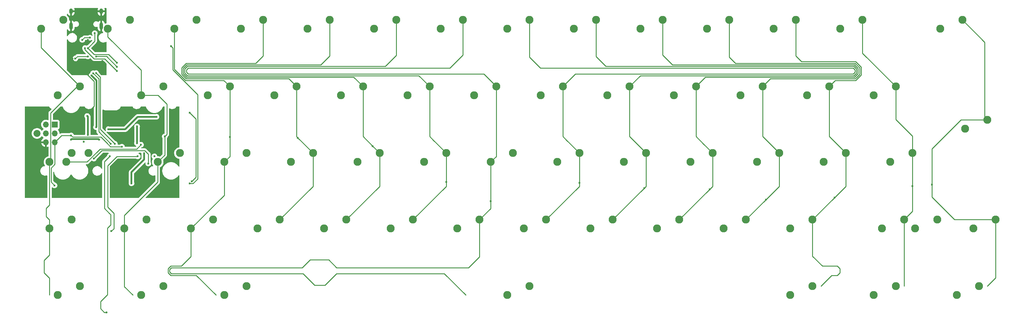
<source format=gbr>
G04 #@! TF.GenerationSoftware,KiCad,Pcbnew,(6.0.0)*
G04 #@! TF.CreationDate,2022-02-12T17:38:39+01:00*
G04 #@! TF.ProjectId,plain60-flex-edition,706c6169-6e36-4302-9d66-6c65782d6564,rev?*
G04 #@! TF.SameCoordinates,Original*
G04 #@! TF.FileFunction,Copper,L1,Top*
G04 #@! TF.FilePolarity,Positive*
%FSLAX46Y46*%
G04 Gerber Fmt 4.6, Leading zero omitted, Abs format (unit mm)*
G04 Created by KiCad (PCBNEW (6.0.0)) date 2022-02-12 17:38:39*
%MOMM*%
%LPD*%
G01*
G04 APERTURE LIST*
G04 #@! TA.AperFunction,ComponentPad*
%ADD10C,2.286000*%
G04 #@! TD*
G04 #@! TA.AperFunction,ComponentPad*
%ADD11C,2.000000*%
G04 #@! TD*
G04 #@! TA.AperFunction,ComponentPad*
%ADD12O,1.000000X2.100000*%
G04 #@! TD*
G04 #@! TA.AperFunction,ComponentPad*
%ADD13O,1.000000X1.600000*%
G04 #@! TD*
G04 #@! TA.AperFunction,ComponentPad*
%ADD14R,1.700000X1.700000*%
G04 #@! TD*
G04 #@! TA.AperFunction,ComponentPad*
%ADD15O,1.700000X1.700000*%
G04 #@! TD*
G04 #@! TA.AperFunction,ViaPad*
%ADD16C,0.600000*%
G04 #@! TD*
G04 #@! TA.AperFunction,Conductor*
%ADD17C,0.250000*%
G04 #@! TD*
G04 #@! TA.AperFunction,Conductor*
%ADD18C,0.500000*%
G04 #@! TD*
G04 APERTURE END LIST*
D10*
X19208750Y-42545000D03*
X12858750Y-45085000D03*
X93027500Y-61595000D03*
X86677500Y-64135000D03*
X226377500Y-80645000D03*
X220027500Y-83185000D03*
X16827500Y-80645000D03*
X10477500Y-83185000D03*
X78740000Y-23495000D03*
X72390000Y-26035000D03*
X97790000Y-23495000D03*
X91440000Y-26035000D03*
X154940000Y-23495000D03*
X148590000Y-26035000D03*
X173990000Y-23495000D03*
X167640000Y-26035000D03*
X40640000Y-23495000D03*
X34290000Y-26035000D03*
X135890000Y-23495000D03*
X129540000Y-26035000D03*
X116840000Y-23495000D03*
X110490000Y-26035000D03*
X59690000Y-23495000D03*
X53340000Y-26035000D03*
X16827500Y-23495000D03*
X10477500Y-26035000D03*
X269240000Y-4445000D03*
X262890000Y-6985000D03*
X145415000Y-4445000D03*
X139065000Y-6985000D03*
X183515000Y-4445000D03*
X177165000Y-6985000D03*
X88265000Y-4445000D03*
X81915000Y-6985000D03*
X240665000Y-4445000D03*
X234315000Y-6985000D03*
X221615000Y-4445000D03*
X215265000Y-6985000D03*
X202565000Y-4445000D03*
X196215000Y-6985000D03*
X164465000Y-4445000D03*
X158115000Y-6985000D03*
X126365000Y-4445000D03*
X120015000Y-6985000D03*
X107315000Y-4445000D03*
X100965000Y-6985000D03*
X69215000Y-4445000D03*
X62865000Y-6985000D03*
X31115000Y-4445000D03*
X24765000Y-6985000D03*
X12065000Y-4445000D03*
X5715000Y-6985000D03*
X50165000Y-4445000D03*
X43815000Y-6985000D03*
X40640000Y-80645000D03*
X34290000Y-83185000D03*
X150177500Y-61595000D03*
X143827500Y-64135000D03*
X252571460Y-61595056D03*
X246221460Y-64135056D03*
X14446250Y-42545000D03*
X8096250Y-45085000D03*
X226377500Y-61595000D03*
X220027500Y-64135000D03*
X169227500Y-61595000D03*
X162877500Y-64135000D03*
X207327500Y-61595000D03*
X200977500Y-64135000D03*
X131127500Y-61595000D03*
X124777500Y-64135000D03*
X188277500Y-61595000D03*
X181927500Y-64135000D03*
X14446250Y-61595000D03*
X8096250Y-64135000D03*
X250190000Y-23495000D03*
X243840000Y-26035000D03*
X54927500Y-61595000D03*
X48577500Y-64135000D03*
X193040000Y-23495000D03*
X186690000Y-26035000D03*
X121602500Y-42545000D03*
X115252500Y-45085000D03*
X64452500Y-42545000D03*
X58102500Y-45085000D03*
X278765000Y-61595000D03*
X272415000Y-64135000D03*
X178752500Y-42545000D03*
X172402500Y-45085000D03*
X231140000Y-23495000D03*
X224790000Y-26035000D03*
X64452500Y-80645000D03*
X58102500Y-83185000D03*
X83502500Y-42545000D03*
X77152500Y-45085000D03*
X35877500Y-61595000D03*
X29527500Y-64135000D03*
X254952500Y-42545000D03*
X248602500Y-45085000D03*
X159702500Y-42545000D03*
X153352500Y-45085000D03*
X102552500Y-42545000D03*
X96202500Y-45085000D03*
X45402500Y-42545000D03*
X39052500Y-45085000D03*
X197802500Y-42545000D03*
X191452500Y-45085000D03*
X235902500Y-42545000D03*
X229552500Y-45085000D03*
X216852500Y-42545000D03*
X210502500Y-45085000D03*
X212090000Y-23495000D03*
X205740000Y-26035000D03*
X140652500Y-42545000D03*
X134302500Y-45085000D03*
X112077500Y-61595000D03*
X105727500Y-64135000D03*
X250190000Y-80645000D03*
X243840000Y-83185000D03*
X73977500Y-61595000D03*
X67627500Y-64135000D03*
X274002728Y-80645072D03*
X267652728Y-83185072D03*
X262096468Y-61595000D03*
X255746468Y-64135000D03*
X145415000Y-80645000D03*
X139065000Y-83185000D03*
X270033980Y-35560000D03*
X276383980Y-33020000D03*
D11*
X4524382Y-36909406D03*
D12*
X22888000Y-6160000D03*
X14248000Y-6160000D03*
D13*
X22888000Y-1980000D03*
X14248000Y-1980000D03*
D14*
X9604382Y-34369406D03*
D15*
X7064382Y-34369406D03*
X9604382Y-36909406D03*
X7064382Y-36909406D03*
X9604382Y-39449406D03*
X7064382Y-39449406D03*
D16*
X40481284Y-35123467D03*
X32146902Y-38695345D03*
X19050016Y-10150008D03*
X14287512Y-35123467D03*
X19050016Y-50601605D03*
X16668764Y-35123467D03*
X27384398Y-38100032D03*
X17859390Y-39290658D03*
X29170337Y-46434414D03*
X25598459Y-53578170D03*
X33932841Y-54173483D03*
X19645329Y-30340650D03*
X16668764Y-36939093D03*
X42624414Y-42862536D03*
X14678135Y-15478138D03*
X23217207Y-16162513D03*
X43457849Y-32742215D03*
X37504719Y-42267223D03*
X22621894Y-45243788D03*
X23812520Y-16668764D03*
X33128754Y-34914693D03*
X19050016Y-37340647D03*
X33128754Y-39677197D03*
X31551589Y-51196918D03*
X14287512Y-38695345D03*
X20135603Y-20346163D03*
X21546884Y-31603126D03*
X38100032Y-43457849D03*
X35183552Y-42564329D03*
X22263602Y-38695345D03*
X18881229Y-31928125D03*
X24943891Y-35718780D03*
X21431268Y-35123467D03*
X38695345Y-32146902D03*
X48220353Y-51265666D03*
X42853162Y-11915634D03*
X48815666Y-50640666D03*
X48210979Y-30965650D03*
X20776434Y-44112683D03*
X36357881Y-45525698D03*
X33337528Y-43457849D03*
X25780499Y-64889117D03*
X24407833Y-88106324D03*
X25351828Y-43415908D03*
X34250052Y-40139041D03*
X41076597Y-37766342D03*
X59690000Y-37941332D03*
X79117081Y-38159580D03*
X100548341Y-40540840D03*
X121602500Y-50760253D03*
X134302500Y-56316497D03*
X159702500Y-51038302D03*
X178216771Y-52605728D03*
X196969123Y-52903377D03*
X213042566Y-55879934D03*
X232687887Y-55284613D03*
X254952500Y-51950767D03*
X260508750Y-51553887D03*
X27384398Y-17859390D03*
X17475016Y-10120321D03*
X19645329Y-9525008D03*
X21431268Y-14912512D03*
X18250013Y-12501573D03*
X27384398Y-19050016D03*
X28821654Y-40727915D03*
X14287512Y-37504719D03*
X9525008Y-51792231D03*
X19050016Y-14882825D03*
X19050016Y-12501573D03*
X27384398Y-16668764D03*
X15478138Y-15478138D03*
X21033763Y-8243619D03*
X20589324Y-19687270D03*
X25598459Y-39856284D03*
X26789085Y-39885971D03*
X21431268Y-19645329D03*
D17*
X82645015Y-73095054D02*
X87977879Y-73095054D01*
X80415015Y-75325054D02*
X82645015Y-73095054D01*
X42977524Y-75325054D02*
X80415015Y-75325054D01*
X42481989Y-75820589D02*
X42977524Y-75325054D01*
X42976176Y-77075074D02*
X42481989Y-76580887D01*
X80659374Y-77075074D02*
X42976176Y-77075074D01*
X42481989Y-76580887D02*
X42481989Y-75820589D01*
X86915698Y-80367255D02*
X83951555Y-80367255D01*
X83951555Y-80367255D02*
X80659374Y-77075074D01*
X90207879Y-77075074D02*
X86915698Y-80367255D01*
X127158750Y-83185000D02*
X121048824Y-77075074D01*
X121048824Y-77075074D02*
X90207879Y-77075074D01*
X90207882Y-75325057D02*
X87977879Y-73095054D01*
X127992295Y-75325057D02*
X90207882Y-75325057D01*
X131127500Y-72189852D02*
X127992295Y-75325057D01*
X131127500Y-61595000D02*
X131127500Y-72189852D01*
X25780499Y-64889117D02*
X26498479Y-64171137D01*
X26498479Y-59753813D02*
X25085340Y-58340674D01*
X26498479Y-64171137D02*
X26498479Y-59753813D01*
X25085340Y-58340674D02*
X24712540Y-57967874D01*
X24712540Y-57967874D02*
X24712540Y-46129707D01*
X27354710Y-43487537D02*
X33307840Y-43487537D01*
X24712540Y-46129707D02*
X27354710Y-43487537D01*
X33307840Y-43487537D02*
X33337528Y-43457849D01*
X275599287Y-32235307D02*
X276383980Y-33020000D01*
X275599287Y-10804287D02*
X275599287Y-32235307D01*
X269240000Y-4445000D02*
X275599287Y-10804287D01*
X14678135Y-15478138D02*
X14678135Y-15868761D01*
X19050016Y-10150008D02*
X18484390Y-10715634D01*
X20835955Y-29150024D02*
X19645329Y-30340650D01*
X20835955Y-22026581D02*
X20835955Y-29150024D01*
X14678135Y-15868761D02*
X20835955Y-22026581D01*
D18*
X14287512Y-38695345D02*
X14442200Y-38540657D01*
X31551589Y-47982231D02*
X35183552Y-44350268D01*
X21546884Y-35007851D02*
X21431268Y-35123467D01*
X21546884Y-31603126D02*
X21546884Y-29650034D01*
X31551589Y-50006292D02*
X31551589Y-51196918D01*
X38695345Y-32146902D02*
X33337528Y-32146902D01*
X31551589Y-51196918D02*
X31551589Y-47982231D01*
X33337528Y-32146902D02*
X32742215Y-32742215D01*
X19050016Y-37340647D02*
X19050016Y-32096912D01*
X19050016Y-32096912D02*
X18881229Y-31928125D01*
X14442200Y-38540657D02*
X22108914Y-38540657D01*
X20796026Y-21003974D02*
X20793414Y-21003974D01*
X20796026Y-21003974D02*
X20136668Y-20344616D01*
X20793414Y-21003974D02*
X20135603Y-20346163D01*
X35183552Y-44350268D02*
X35183552Y-42564329D01*
X29765650Y-35718780D02*
X32742215Y-32742215D01*
X21546884Y-31603126D02*
X21546884Y-32626598D01*
X24943891Y-35718780D02*
X29765650Y-35718780D01*
X21546884Y-29650034D02*
X21546884Y-21754832D01*
X22108914Y-38540657D02*
X22263602Y-38695345D01*
X33128754Y-34914693D02*
X33128754Y-39677197D01*
X21546884Y-21754832D02*
X20796026Y-21003974D01*
X21546884Y-29650034D02*
X21546884Y-35007851D01*
D17*
X50456302Y-33192225D02*
X50456302Y-25818855D01*
X43364990Y-12427462D02*
X42853162Y-11915634D01*
X50456302Y-25818855D02*
X43364990Y-18727543D01*
X50456302Y-33192225D02*
X50456302Y-32285971D01*
X49115667Y-51265667D02*
X50456302Y-49925032D01*
X50456302Y-49925032D02*
X50456302Y-33192225D01*
X48220353Y-51265666D02*
X49115667Y-51265667D01*
X43364990Y-18727543D02*
X43364990Y-12427462D01*
X50006292Y-42862536D02*
X50006292Y-32760963D01*
X50006292Y-32760963D02*
X48210979Y-30965650D01*
X50006292Y-49450040D02*
X50006292Y-42862536D01*
X48815666Y-50640666D02*
X50006292Y-49450040D01*
X29026052Y-41816195D02*
X28430739Y-41816195D01*
X36357881Y-45525698D02*
X36357881Y-42813656D01*
X33481813Y-41816195D02*
X32886500Y-41816195D01*
X29026052Y-41816195D02*
X32886500Y-41816195D01*
X35360420Y-41816195D02*
X34741060Y-41816195D01*
X36357881Y-42813656D02*
X35360420Y-41816195D01*
X26338057Y-41816195D02*
X23072922Y-41816195D01*
X23072922Y-41816195D02*
X20776434Y-44112683D01*
X33481813Y-41816195D02*
X34741060Y-41816195D01*
X28430739Y-41816195D02*
X26338057Y-41816195D01*
X24407833Y-88106324D02*
X23771402Y-88106324D01*
X25598459Y-60126613D02*
X25598459Y-63103178D01*
X24705489Y-63996147D02*
X24705489Y-83046165D01*
X23812520Y-44955216D02*
X25351828Y-43415908D01*
X23812520Y-45243788D02*
X23812520Y-46434414D01*
X23812520Y-46434414D02*
X23812520Y-58340675D01*
X23771402Y-88106324D02*
X22736491Y-87071413D01*
X24705489Y-83046165D02*
X23812520Y-83939133D01*
X22736491Y-87071413D02*
X22736491Y-85015162D01*
X25300802Y-59828957D02*
X25598459Y-60126613D01*
X22736491Y-85015162D02*
X23812520Y-83939133D01*
X23812520Y-45243788D02*
X23812520Y-44955216D01*
X23812520Y-45184412D02*
X23812520Y-45243788D01*
X23812520Y-58340675D02*
X25300802Y-59828957D01*
X25598459Y-63103178D02*
X24705489Y-63996147D01*
X5715000Y-6985000D02*
X5715000Y-12382500D01*
X8429381Y-31093453D02*
X10025322Y-29497512D01*
X6548443Y-76795377D02*
X8096250Y-78343184D01*
X8096250Y-71675692D02*
X6548443Y-73223499D01*
X33022908Y-41366185D02*
X34250052Y-40139041D01*
X16027834Y-23495000D02*
X16827500Y-23495000D01*
X8096250Y-45085000D02*
X8096250Y-57388180D01*
X27673986Y-41366185D02*
X22560207Y-41366185D01*
X8429381Y-44751869D02*
X8429381Y-31093453D01*
X8096250Y-57388180D02*
X7143756Y-58340674D01*
X7143756Y-60721926D02*
X8096250Y-61674420D01*
X22560207Y-41366185D02*
X21842875Y-42083517D01*
X18841392Y-45085000D02*
X17105289Y-45085000D01*
X12858750Y-45085000D02*
X17105289Y-45085000D01*
X7143756Y-58340674D02*
X7143756Y-60721926D01*
X5715000Y-12382500D02*
X16827500Y-23495000D01*
X6548443Y-73223499D02*
X6548443Y-76795377D01*
X29459925Y-41366185D02*
X27673986Y-41366185D01*
X8096250Y-61674420D02*
X8096250Y-64135000D01*
X10025322Y-29497512D02*
X16027834Y-23495000D01*
X8096250Y-45085000D02*
X8429381Y-44751869D01*
X21842875Y-42083517D02*
X18841392Y-45085000D01*
X8096250Y-64135000D02*
X8096250Y-71675692D01*
X8096250Y-78343184D02*
X8096250Y-83185000D01*
X29459925Y-41366185D02*
X33022908Y-41366185D01*
X24765000Y-9286862D02*
X34290000Y-18811862D01*
X41076597Y-27979711D02*
X39885971Y-26789085D01*
X39131886Y-26035000D02*
X39885971Y-26789085D01*
X34290000Y-18811862D02*
X34290000Y-26035000D01*
X34290000Y-26035000D02*
X39131886Y-26035000D01*
X29527500Y-64135000D02*
X29527500Y-60364763D01*
X41076597Y-37766342D02*
X41671910Y-37171029D01*
X24765000Y-6985000D02*
X24765000Y-9286862D01*
X29527500Y-80803750D02*
X31908750Y-83185000D01*
X41076597Y-43060903D02*
X39052500Y-45085000D01*
X39052500Y-50839763D02*
X39052500Y-50244450D01*
X29527500Y-64135000D02*
X29527500Y-80803750D01*
X41076597Y-37766342D02*
X41076597Y-43060903D01*
X41671910Y-28575024D02*
X41076597Y-27979711D01*
X29527500Y-60364763D02*
X39052500Y-50839763D01*
X41671910Y-37171029D02*
X41671910Y-28575024D01*
X39052500Y-45085000D02*
X39052500Y-50244450D01*
X42031979Y-76767287D02*
X42789776Y-77525084D01*
X57930975Y-21735975D02*
X59690000Y-23495000D01*
X59690000Y-23495000D02*
X59690000Y-31710289D01*
X45839101Y-74875044D02*
X42791123Y-74875045D01*
X59690000Y-37941332D02*
X59690000Y-43497500D01*
X42789776Y-77525084D02*
X50061334Y-77525084D01*
X58102500Y-45085000D02*
X58102500Y-54610000D01*
X50061334Y-77525084D02*
X55721250Y-83185000D01*
X58102500Y-54610000D02*
X48577500Y-64135000D01*
X43815000Y-6985000D02*
X43815000Y-18541143D01*
X59690000Y-31710289D02*
X59690000Y-37941332D01*
X48577500Y-64135000D02*
X48577500Y-72136645D01*
X42791123Y-74875045D02*
X42031979Y-75634189D01*
X47009832Y-21735975D02*
X57930975Y-21735975D01*
X48577500Y-72136645D02*
X45839101Y-74875044D01*
X43815000Y-18541143D02*
X47009832Y-21735975D01*
X42031979Y-75634189D02*
X42031979Y-76767287D01*
X59690000Y-43497500D02*
X58102500Y-45085000D01*
X69215000Y-14724133D02*
X67125066Y-16814067D01*
X78740000Y-31988218D02*
X78740000Y-32900899D01*
X78740000Y-23495000D02*
X76530965Y-21285965D01*
X69215000Y-4445000D02*
X69215000Y-14724133D01*
X67125066Y-16814067D02*
X47192579Y-16814068D01*
X78740000Y-37782500D02*
X79117081Y-38159580D01*
X47196232Y-21285965D02*
X46590318Y-20680051D01*
X83502500Y-42545000D02*
X83502500Y-52070000D01*
X79117081Y-38159580D02*
X83502500Y-42545000D01*
X45895189Y-19984922D02*
X46590318Y-20680051D01*
X45895187Y-18111462D02*
X45895189Y-19984922D01*
X76530965Y-21285965D02*
X47196232Y-21285965D01*
X78740000Y-23495000D02*
X78740000Y-31988218D01*
X47192579Y-16814068D02*
X45895187Y-18111462D01*
X83502500Y-52070000D02*
X73977500Y-61595000D01*
X78740000Y-32900899D02*
X78740000Y-37782500D01*
X97790000Y-32583547D02*
X97790000Y-37782500D01*
X46345198Y-19798521D02*
X47382632Y-20835955D01*
X88265000Y-14724149D02*
X85725072Y-17264077D01*
X47378980Y-17264077D02*
X46345196Y-18297861D01*
X100548341Y-40540840D02*
X102552500Y-42545000D01*
X85725072Y-17264077D02*
X47378980Y-17264077D01*
X102552500Y-52070000D02*
X93027500Y-61595000D01*
X88265000Y-4445000D02*
X88265000Y-14724149D01*
X47382632Y-20835955D02*
X95130955Y-20835955D01*
X102552500Y-42545000D02*
X102552500Y-52070000D01*
X97790000Y-23495000D02*
X97790000Y-32583547D01*
X95130955Y-20835955D02*
X97790000Y-23495000D01*
X46345196Y-18297861D02*
X46345198Y-19798521D01*
X97790000Y-37782500D02*
X100548341Y-40540840D01*
X47554478Y-17724989D02*
X46795206Y-18484261D01*
X121602500Y-42545000D02*
X121602500Y-50760253D01*
X107315000Y-4445000D02*
X107315000Y-14589763D01*
X116840000Y-37782500D02*
X117812410Y-38754909D01*
X48085839Y-20375156D02*
X113720156Y-20375156D01*
X107315000Y-14589763D02*
X104179775Y-17724988D01*
X116840000Y-23495000D02*
X116840000Y-37782500D01*
X46795206Y-18484261D02*
X46795206Y-19284537D01*
X121602500Y-52070000D02*
X112077500Y-61595000D01*
X121602500Y-50760253D02*
X121602500Y-52070000D01*
X104179775Y-17724988D02*
X47554478Y-17724989D01*
X117812410Y-38754909D02*
X121602500Y-42545000D01*
X46795206Y-19284537D02*
X46795207Y-19612120D01*
X113720156Y-20375156D02*
X116840000Y-23495000D01*
X46795207Y-19612120D02*
X47558243Y-20375156D01*
X47558243Y-20375156D02*
X48085839Y-20375156D01*
X134302500Y-56316497D02*
X134302500Y-58420000D01*
X134302500Y-45085000D02*
X134302500Y-53816408D01*
X135890000Y-43497500D02*
X134302500Y-45085000D01*
X47740879Y-18174998D02*
X47245216Y-18670661D01*
X134302500Y-58420000D02*
X131127500Y-61595000D01*
X47744643Y-19925146D02*
X132320146Y-19925146D01*
X134302500Y-53816408D02*
X134302500Y-56316497D01*
X122634478Y-18174998D02*
X47740879Y-18174998D01*
X47245216Y-18670661D02*
X47245216Y-19425719D01*
X47245216Y-19425719D02*
X47744643Y-19925146D01*
X126365000Y-14444476D02*
X122634478Y-18174998D01*
X135890000Y-23495000D02*
X135890000Y-43497500D01*
X126365000Y-4445000D02*
X126365000Y-14444476D01*
X132320146Y-19925146D02*
X135890000Y-23495000D01*
X148536918Y-18163371D02*
X237726363Y-18163371D01*
X154940000Y-37782500D02*
X155912426Y-38754925D01*
X238506397Y-18835900D02*
X238506397Y-19264132D01*
X238010733Y-19925146D02*
X238506397Y-19429482D01*
X237995344Y-18163371D02*
X237726363Y-18163371D01*
X238506397Y-19429482D02*
X238506397Y-19264132D01*
X145415000Y-15041453D02*
X148536918Y-18163371D01*
X238506397Y-18835900D02*
X238506397Y-18674424D01*
X155912426Y-38754925D02*
X159702500Y-42545000D01*
X154940000Y-23495000D02*
X154940000Y-37782500D01*
X145415000Y-4445000D02*
X145415000Y-15041453D01*
X154940000Y-23495000D02*
X158509854Y-19925146D01*
X238506397Y-18674424D02*
X237995344Y-18163371D01*
X159702500Y-52070000D02*
X150177500Y-61595000D01*
X158509854Y-19925146D02*
X238010733Y-19925146D01*
X159702500Y-51038302D02*
X159702500Y-52070000D01*
X159702500Y-42545000D02*
X159702500Y-51038302D01*
X238956407Y-19615882D02*
X238197133Y-20375156D01*
X238197133Y-20375156D02*
X177109844Y-20375156D01*
X238181745Y-17713362D02*
X238956407Y-18488024D01*
X164465000Y-14895408D02*
X167282953Y-17713361D01*
X164465000Y-4445000D02*
X164465000Y-14895408D01*
X175855403Y-39647903D02*
X178752500Y-42545000D01*
X173990000Y-37782500D02*
X175855403Y-39647903D01*
X167282953Y-17713361D02*
X238181745Y-17713362D01*
X177109844Y-20375156D02*
X173990000Y-23495000D01*
X173990000Y-23495000D02*
X173990000Y-37782500D01*
X178752500Y-42545000D02*
X178752500Y-52070000D01*
X178216771Y-52605728D02*
X169227500Y-61595000D01*
X178752500Y-52070000D02*
X178216771Y-52605728D01*
X238956407Y-18488024D02*
X238956407Y-19615882D01*
X238368146Y-17263353D02*
X239406417Y-18301624D01*
X195203068Y-39945567D02*
X197802500Y-42545000D01*
X197802500Y-42545000D02*
X197802500Y-52070000D01*
X186332969Y-17263352D02*
X238368146Y-17263353D01*
X183515000Y-14445383D02*
X186332969Y-17263352D01*
X195699045Y-20835955D02*
X193040000Y-23495000D01*
X193040000Y-37782500D02*
X195203068Y-39945567D01*
X196969123Y-52903377D02*
X188277500Y-61595000D01*
X197802500Y-52070000D02*
X196969123Y-52903377D01*
X183515000Y-4445000D02*
X183515000Y-14445383D01*
X239406417Y-18301624D02*
X239406416Y-19802283D01*
X238372744Y-20835955D02*
X195699045Y-20835955D01*
X193040000Y-23495000D02*
X193040000Y-37782500D01*
X239406416Y-19802283D02*
X238372744Y-20835955D01*
X239856425Y-19988684D02*
X238864833Y-20980275D01*
X212090000Y-37782500D02*
X216852500Y-42545000D01*
X213042566Y-55879934D02*
X207327500Y-61595000D01*
X216852500Y-52070000D02*
X215721474Y-53201025D01*
X204336938Y-16813343D02*
X238554547Y-16813344D01*
X216852500Y-42545000D02*
X216852500Y-52070000D01*
X202565000Y-15041405D02*
X204336938Y-16813343D01*
X214299035Y-21285965D02*
X212090000Y-23495000D01*
X239856426Y-18115225D02*
X239856425Y-19988684D01*
X215721474Y-53201025D02*
X213042566Y-55879934D01*
X212090000Y-23495000D02*
X212090000Y-37782500D01*
X237979897Y-21285965D02*
X238559143Y-21285965D01*
X238554547Y-16813344D02*
X239856426Y-18115225D01*
X202565000Y-4445000D02*
X202565000Y-15041405D01*
X238559143Y-21285965D02*
X238864833Y-20980275D01*
X237979897Y-21285965D02*
X214299035Y-21285965D01*
X234193933Y-76765874D02*
X233434730Y-77525077D01*
X221615000Y-14735959D02*
X223242375Y-16363334D01*
X238745543Y-21735975D02*
X232899025Y-21735975D01*
X226377500Y-61595000D02*
X226377500Y-72056987D01*
X232687887Y-55284613D02*
X226377500Y-61595000D01*
X234193933Y-75638016D02*
X234193933Y-76765874D01*
X226377500Y-72056987D02*
X229195503Y-74874990D01*
X232899025Y-21735975D02*
X231140000Y-23495000D01*
X223242375Y-16363334D02*
X238740948Y-16363336D01*
X233434730Y-77525077D02*
X231878673Y-77525077D01*
X221615000Y-4445000D02*
X221615000Y-14735959D01*
X240306433Y-20175085D02*
X238745543Y-21735975D01*
X240306435Y-17928826D02*
X240306433Y-20175085D01*
X231705912Y-74874983D02*
X233430901Y-74874984D01*
X235069139Y-52903361D02*
X232687887Y-55284613D01*
X235902500Y-42545000D02*
X235902500Y-52070000D01*
X229195503Y-74874990D02*
X231705912Y-74874983D01*
X231140000Y-37782500D02*
X235902500Y-42545000D01*
X235902500Y-52070000D02*
X235069139Y-52903361D01*
X233430901Y-74874984D02*
X234193933Y-75638016D01*
X238740948Y-16363336D02*
X240306435Y-17928826D01*
X231878673Y-77525077D02*
X228758750Y-80645000D01*
X231140000Y-23495000D02*
X231140000Y-37782500D01*
X254952500Y-51950767D02*
X254952500Y-52546080D01*
X240665000Y-4445000D02*
X240665000Y-13970000D01*
X240665000Y-13970000D02*
X250190000Y-23495000D01*
X252571460Y-80644790D02*
X252571250Y-80645000D01*
X254952500Y-42545000D02*
X254952500Y-37663255D01*
X254952500Y-59214016D02*
X252571460Y-61595056D01*
X254952500Y-52546080D02*
X254952500Y-59214016D01*
X252571460Y-61595056D02*
X252571460Y-80644790D01*
X254952500Y-42545000D02*
X254952500Y-51950767D01*
X250190000Y-32900755D02*
X250190000Y-31393049D01*
X254952500Y-37663255D02*
X250190000Y-32900755D01*
X250190000Y-23495000D02*
X250190000Y-31393049D01*
X260508750Y-52030575D02*
X260508750Y-55125765D01*
X260508750Y-45085000D02*
X260508750Y-51553887D01*
X260508750Y-51553887D02*
X260508750Y-52030575D01*
X278765000Y-78263822D02*
X276383750Y-80645072D01*
X266977985Y-61595000D02*
X278765000Y-61595000D01*
X278765000Y-61595000D02*
X278765000Y-78263822D01*
X260508750Y-41314941D02*
X268803691Y-33020000D01*
X260508750Y-55125765D02*
X266977985Y-61595000D01*
X260508750Y-45085000D02*
X260508750Y-41314941D01*
X268803691Y-33020000D02*
X276383980Y-33020000D01*
X21490643Y-14853137D02*
X24378145Y-14853137D01*
X24378145Y-14853137D02*
X27384398Y-17859390D01*
X18070329Y-9525008D02*
X17475016Y-10120321D01*
X21431268Y-14912512D02*
X21490643Y-14853137D01*
X19645329Y-9525008D02*
X18070329Y-9525008D01*
X18250013Y-12501573D02*
X18250013Y-12925837D01*
X18250013Y-12925837D02*
X20861689Y-15537513D01*
X25598459Y-17264077D02*
X23871895Y-15537513D01*
X27384398Y-19050016D02*
X25598459Y-17264077D01*
X23871895Y-15537513D02*
X22085956Y-15537513D01*
X20861689Y-15537513D02*
X22085956Y-15537513D01*
X9604382Y-45749511D02*
X9519900Y-45833993D01*
X14748440Y-37965647D02*
X14287512Y-37504719D01*
X24266579Y-39449406D02*
X24555488Y-39738316D01*
X8546260Y-46807633D02*
X9519900Y-45833993D01*
X8546260Y-47836918D02*
X8546260Y-50813483D01*
X9604382Y-39449406D02*
X9604382Y-45749511D01*
X22782819Y-37965647D02*
X14748440Y-37965647D01*
X23364862Y-38547690D02*
X24555488Y-39738316D01*
X23364862Y-38547690D02*
X22782819Y-37965647D01*
X11549069Y-37504719D02*
X14287512Y-37504719D01*
X8546260Y-47836918D02*
X8546260Y-46807633D01*
X25545088Y-40727915D02*
X25947141Y-40727915D01*
X28821654Y-40727915D02*
X25947141Y-40727915D01*
X8546260Y-50813483D02*
X9525008Y-51792231D01*
X24555488Y-39738316D02*
X25545088Y-40727915D01*
X9604382Y-39449406D02*
X11549069Y-37504719D01*
X20240642Y-13692199D02*
X20835955Y-14287512D01*
X20538298Y-11013290D02*
X19050016Y-12501573D01*
X25003146Y-14287512D02*
X27384398Y-16668764D01*
X19050016Y-14882825D02*
X16073451Y-14882825D01*
X19050016Y-12501573D02*
X20240642Y-13692199D01*
X21033763Y-10517825D02*
X20538298Y-11013290D01*
X16073451Y-14882825D02*
X15478138Y-15478138D01*
X21033763Y-8243619D02*
X21033763Y-10517825D01*
X20835955Y-14287512D02*
X25003146Y-14287512D01*
X20589324Y-19687270D02*
X22171884Y-21269830D01*
X22171884Y-36429709D02*
X25598459Y-39856284D01*
X22171884Y-21269830D02*
X22171884Y-33482831D01*
X22171884Y-33482831D02*
X22171884Y-36429709D01*
X21431268Y-19645329D02*
X22026581Y-20240642D01*
X22621894Y-35718780D02*
X26789085Y-39885971D01*
X22621894Y-33932841D02*
X22621894Y-35718780D01*
X22621894Y-20835955D02*
X22621894Y-33932841D01*
X22026581Y-20240642D02*
X22621894Y-20835955D01*
G04 #@! TA.AperFunction,Conductor*
G36*
X21948423Y-1053010D02*
G01*
X21994916Y-1106666D01*
X22005020Y-1176940D01*
X21990716Y-1219709D01*
X21959998Y-1275585D01*
X21955166Y-1286858D01*
X21899120Y-1463538D01*
X21896570Y-1475532D01*
X21880393Y-1619761D01*
X21880000Y-1626785D01*
X21880000Y-1707885D01*
X21884475Y-1723124D01*
X21885865Y-1724329D01*
X21893548Y-1726000D01*
X23877885Y-1726000D01*
X23893124Y-1721525D01*
X23894329Y-1720135D01*
X23896000Y-1712452D01*
X23896000Y-1633343D01*
X23895699Y-1627195D01*
X23882188Y-1489397D01*
X23879805Y-1477362D01*
X23826233Y-1299924D01*
X23821559Y-1288584D01*
X23784115Y-1218161D01*
X23769796Y-1148623D01*
X23795344Y-1082383D01*
X23852649Y-1040470D01*
X23895367Y-1033008D01*
X24281833Y-1033008D01*
X24349954Y-1053010D01*
X24396447Y-1106666D01*
X24407833Y-1159008D01*
X24407833Y-5272989D01*
X24387831Y-5341110D01*
X24334175Y-5387603D01*
X24311248Y-5395507D01*
X24257901Y-5408315D01*
X24257894Y-5408317D01*
X24253080Y-5409473D01*
X24248509Y-5411366D01*
X24248507Y-5411367D01*
X24050456Y-5493402D01*
X23979866Y-5500991D01*
X23916379Y-5469211D01*
X23884711Y-5412321D01*
X23881587Y-5413264D01*
X23826233Y-5229924D01*
X23821559Y-5218584D01*
X23734540Y-5054923D01*
X23727751Y-5044706D01*
X23610603Y-4901067D01*
X23601959Y-4892363D01*
X23459144Y-4774216D01*
X23448973Y-4767356D01*
X23285924Y-4679196D01*
X23274619Y-4674444D01*
X23159308Y-4638750D01*
X23145205Y-4638544D01*
X23142000Y-4645299D01*
X23142000Y-6655907D01*
X23138519Y-6685321D01*
X23128789Y-6725850D01*
X23108393Y-6985000D01*
X23128789Y-7244150D01*
X23129943Y-7248957D01*
X23129944Y-7248963D01*
X23138519Y-7284679D01*
X23142000Y-7314093D01*
X23142000Y-7667924D01*
X23145973Y-7681455D01*
X23166686Y-7684433D01*
X23218413Y-7684400D01*
X23278163Y-7722746D01*
X23290416Y-7739473D01*
X23424777Y-7958729D01*
X23430959Y-7965967D01*
X23459989Y-8030755D01*
X23449384Y-8100955D01*
X23402509Y-8154278D01*
X23345801Y-8173345D01*
X23318336Y-8175675D01*
X23270438Y-8179739D01*
X23270434Y-8179740D01*
X23265127Y-8180190D01*
X23259972Y-8181528D01*
X23259966Y-8181529D01*
X23046997Y-8236805D01*
X23046993Y-8236806D01*
X23041828Y-8238147D01*
X23036962Y-8240339D01*
X23036959Y-8240340D01*
X22938521Y-8284683D01*
X22831485Y-8332899D01*
X22827065Y-8335875D01*
X22827061Y-8335877D01*
X22734800Y-8397992D01*
X22640115Y-8461738D01*
X22473188Y-8620978D01*
X22470000Y-8625263D01*
X22341842Y-8797514D01*
X22335479Y-8806066D01*
X22333064Y-8810816D01*
X22252071Y-8970118D01*
X22230923Y-9011712D01*
X22212300Y-9071687D01*
X22164095Y-9226930D01*
X22164094Y-9226936D01*
X22162511Y-9232033D01*
X22132200Y-9460732D01*
X22140854Y-9691268D01*
X22188228Y-9917050D01*
X22190186Y-9922009D01*
X22190187Y-9922011D01*
X22195710Y-9935996D01*
X22272967Y-10131622D01*
X22343206Y-10247372D01*
X22388495Y-10322006D01*
X22392647Y-10328849D01*
X22396144Y-10332879D01*
X22528699Y-10485635D01*
X22543847Y-10503092D01*
X22547978Y-10506479D01*
X22718115Y-10645984D01*
X22718121Y-10645988D01*
X22722243Y-10649368D01*
X22922735Y-10763494D01*
X22927751Y-10765315D01*
X22927756Y-10765317D01*
X23134575Y-10840389D01*
X23134579Y-10840390D01*
X23139590Y-10842209D01*
X23144839Y-10843158D01*
X23144842Y-10843159D01*
X23362523Y-10882522D01*
X23362530Y-10882523D01*
X23366607Y-10883260D01*
X23384344Y-10884096D01*
X23389292Y-10884330D01*
X23389299Y-10884330D01*
X23390780Y-10884400D01*
X23552925Y-10884400D01*
X23619881Y-10878719D01*
X23719562Y-10870261D01*
X23719566Y-10870260D01*
X23724873Y-10869810D01*
X23730028Y-10868472D01*
X23730034Y-10868471D01*
X23943003Y-10813195D01*
X23943007Y-10813194D01*
X23948172Y-10811853D01*
X23953038Y-10809661D01*
X23953041Y-10809660D01*
X24153649Y-10719293D01*
X24158515Y-10717101D01*
X24162935Y-10714125D01*
X24162939Y-10714123D01*
X24211466Y-10681452D01*
X24279145Y-10660001D01*
X24347677Y-10678544D01*
X24395304Y-10731195D01*
X24407834Y-10785972D01*
X24407834Y-13528012D01*
X24387832Y-13596133D01*
X24334176Y-13642626D01*
X24281834Y-13654012D01*
X21150550Y-13654012D01*
X21082429Y-13634010D01*
X21061454Y-13617107D01*
X20660412Y-13216064D01*
X20035015Y-12590667D01*
X20000990Y-12528355D01*
X20006055Y-12457539D01*
X20035014Y-12412480D01*
X21014433Y-11433060D01*
X21014436Y-11433056D01*
X21426010Y-11021482D01*
X21434300Y-11013938D01*
X21440781Y-11009825D01*
X21487422Y-10960157D01*
X21490176Y-10957316D01*
X21509897Y-10937595D01*
X21512375Y-10934400D01*
X21520081Y-10925378D01*
X21544921Y-10898926D01*
X21550349Y-10893146D01*
X21560109Y-10875393D01*
X21570962Y-10858870D01*
X21578516Y-10849131D01*
X21583376Y-10842866D01*
X21600939Y-10802282D01*
X21606146Y-10791652D01*
X21627458Y-10752885D01*
X21629429Y-10745208D01*
X21629431Y-10745203D01*
X21632495Y-10733267D01*
X21638901Y-10714555D01*
X21643796Y-10703244D01*
X21646944Y-10695970D01*
X21648184Y-10688142D01*
X21648186Y-10688135D01*
X21653862Y-10652301D01*
X21656268Y-10640681D01*
X21665291Y-10605536D01*
X21665291Y-10605535D01*
X21667263Y-10597855D01*
X21667263Y-10577601D01*
X21668814Y-10557890D01*
X21670743Y-10545711D01*
X21671983Y-10537882D01*
X21667822Y-10493863D01*
X21667263Y-10482006D01*
X21667263Y-8789239D01*
X21688315Y-8719512D01*
X21753505Y-8621392D01*
X21757406Y-8615521D01*
X21814427Y-8465414D01*
X21819318Y-8452539D01*
X21819319Y-8452537D01*
X21821818Y-8445957D01*
X21822798Y-8438985D01*
X21846511Y-8270258D01*
X21846511Y-8270255D01*
X21847062Y-8266336D01*
X21847379Y-8243619D01*
X21827160Y-8063364D01*
X21824843Y-8056710D01*
X21769827Y-7898725D01*
X21769825Y-7898722D01*
X21767508Y-7892067D01*
X21671389Y-7738243D01*
X21656000Y-7722746D01*
X21548541Y-7614534D01*
X21548537Y-7614531D01*
X21543578Y-7609537D01*
X21532460Y-7602481D01*
X21466139Y-7560393D01*
X21390429Y-7512346D01*
X21347108Y-7496920D01*
X21226188Y-7453862D01*
X21226183Y-7453861D01*
X21219553Y-7451500D01*
X21212565Y-7450667D01*
X21212562Y-7450666D01*
X21089461Y-7435987D01*
X21039443Y-7430023D01*
X21032440Y-7430759D01*
X21032439Y-7430759D01*
X20866051Y-7448247D01*
X20866049Y-7448248D01*
X20859051Y-7448983D01*
X20687342Y-7507437D01*
X20681338Y-7511131D01*
X20538858Y-7598785D01*
X20538855Y-7598787D01*
X20532851Y-7602481D01*
X20527816Y-7607412D01*
X20527813Y-7607414D01*
X20408288Y-7724462D01*
X20403256Y-7729390D01*
X20304998Y-7881857D01*
X20302589Y-7888477D01*
X20302587Y-7888480D01*
X20275650Y-7962490D01*
X20242960Y-8052304D01*
X20220226Y-8232259D01*
X20237926Y-8412779D01*
X20295181Y-8584892D01*
X20298828Y-8590914D01*
X20298829Y-8590916D01*
X20382039Y-8728313D01*
X20400263Y-8793584D01*
X20400263Y-8832063D01*
X20380261Y-8900184D01*
X20326605Y-8946677D01*
X20256331Y-8956781D01*
X20191751Y-8927287D01*
X20184857Y-8920847D01*
X20160107Y-8895923D01*
X20160103Y-8895920D01*
X20155144Y-8890926D01*
X20144026Y-8883870D01*
X20028910Y-8810816D01*
X20001995Y-8793735D01*
X19972792Y-8783336D01*
X19837754Y-8735251D01*
X19837749Y-8735250D01*
X19831119Y-8732889D01*
X19824131Y-8732056D01*
X19824128Y-8732055D01*
X19698886Y-8717121D01*
X19651009Y-8711412D01*
X19644006Y-8712148D01*
X19644005Y-8712148D01*
X19477617Y-8729636D01*
X19477615Y-8729637D01*
X19470617Y-8730372D01*
X19298908Y-8788826D01*
X19162368Y-8872827D01*
X19096348Y-8891508D01*
X18149097Y-8891508D01*
X18137914Y-8890981D01*
X18130421Y-8889306D01*
X18122495Y-8889555D01*
X18122494Y-8889555D01*
X18062331Y-8891446D01*
X18058373Y-8891508D01*
X18030473Y-8891508D01*
X18026483Y-8892012D01*
X18014649Y-8892944D01*
X17970440Y-8894334D01*
X17962826Y-8896546D01*
X17962821Y-8896547D01*
X17950988Y-8899985D01*
X17931625Y-8903996D01*
X17911532Y-8906534D01*
X17904165Y-8909451D01*
X17904160Y-8909452D01*
X17870421Y-8922810D01*
X17859194Y-8926654D01*
X17851890Y-8928776D01*
X17816736Y-8938990D01*
X17809910Y-8943027D01*
X17799301Y-8949301D01*
X17781553Y-8957996D01*
X17762712Y-8965456D01*
X17756296Y-8970118D01*
X17756295Y-8970118D01*
X17726942Y-8991444D01*
X17717022Y-8997960D01*
X17685794Y-9016428D01*
X17685791Y-9016430D01*
X17678967Y-9020466D01*
X17664646Y-9034787D01*
X17649613Y-9047627D01*
X17633222Y-9059536D01*
X17623170Y-9071687D01*
X17605041Y-9093601D01*
X17597051Y-9102382D01*
X17413923Y-9285509D01*
X17351611Y-9319534D01*
X17337999Y-9321723D01*
X17307304Y-9324949D01*
X17307302Y-9324949D01*
X17300304Y-9325685D01*
X17128595Y-9384139D01*
X17122591Y-9387833D01*
X16980111Y-9475487D01*
X16980108Y-9475489D01*
X16974104Y-9479183D01*
X16969069Y-9484114D01*
X16969066Y-9484116D01*
X16867133Y-9583937D01*
X16844509Y-9606092D01*
X16746251Y-9758559D01*
X16743842Y-9765179D01*
X16743840Y-9765182D01*
X16695895Y-9896910D01*
X16684213Y-9929006D01*
X16661479Y-10108961D01*
X16679179Y-10289481D01*
X16736434Y-10461594D01*
X16740081Y-10467616D01*
X16740082Y-10467618D01*
X16823608Y-10605536D01*
X16830396Y-10616745D01*
X16956398Y-10747223D01*
X16975664Y-10759830D01*
X17098771Y-10840389D01*
X17108175Y-10846543D01*
X17114779Y-10848999D01*
X17114781Y-10849000D01*
X17271574Y-10907311D01*
X17271576Y-10907311D01*
X17278184Y-10909769D01*
X17362011Y-10920954D01*
X17450996Y-10932828D01*
X17451000Y-10932828D01*
X17457977Y-10933759D01*
X17464988Y-10933121D01*
X17464992Y-10933121D01*
X17607475Y-10920153D01*
X17638616Y-10917319D01*
X17645318Y-10915141D01*
X17645320Y-10915141D01*
X17804425Y-10863445D01*
X17804428Y-10863444D01*
X17811124Y-10861268D01*
X17910047Y-10802298D01*
X17960876Y-10771998D01*
X17960878Y-10771997D01*
X17966928Y-10768390D01*
X18098282Y-10643303D01*
X18198659Y-10492223D01*
X18257074Y-10338446D01*
X18260571Y-10329241D01*
X18260572Y-10329239D01*
X18263071Y-10322659D01*
X18270897Y-10266973D01*
X18300185Y-10202299D01*
X18359789Y-10163725D01*
X18395671Y-10158508D01*
X19099232Y-10158508D01*
X19168225Y-10179076D01*
X19267339Y-10243934D01*
X19278488Y-10251230D01*
X19285092Y-10253686D01*
X19285094Y-10253687D01*
X19441887Y-10311998D01*
X19441889Y-10311998D01*
X19448497Y-10314456D01*
X19522168Y-10324286D01*
X19621309Y-10337515D01*
X19621313Y-10337515D01*
X19628290Y-10338446D01*
X19635301Y-10337808D01*
X19635305Y-10337808D01*
X19783877Y-10324286D01*
X19808929Y-10322006D01*
X19815631Y-10319828D01*
X19815633Y-10319828D01*
X19974738Y-10268132D01*
X19974741Y-10268131D01*
X19981437Y-10265955D01*
X20097607Y-10196704D01*
X20123447Y-10181300D01*
X20192201Y-10163600D01*
X20259611Y-10185882D01*
X20304273Y-10241071D01*
X20312008Y-10311645D01*
X20277059Y-10378624D01*
X20146935Y-10508748D01*
X18988924Y-11666760D01*
X18926612Y-11700786D01*
X18913002Y-11702975D01*
X18904226Y-11703897D01*
X18882304Y-11706201D01*
X18882302Y-11706201D01*
X18875304Y-11706937D01*
X18703595Y-11765391D01*
X18701824Y-11766481D01*
X18633610Y-11777085D01*
X18607104Y-11769107D01*
X18606679Y-11770300D01*
X18442438Y-11711816D01*
X18442433Y-11711815D01*
X18435803Y-11709454D01*
X18428815Y-11708621D01*
X18428812Y-11708620D01*
X18305711Y-11693941D01*
X18255693Y-11687977D01*
X18248690Y-11688713D01*
X18248689Y-11688713D01*
X18082301Y-11706201D01*
X18082299Y-11706202D01*
X18075301Y-11706937D01*
X17903592Y-11765391D01*
X17895613Y-11770300D01*
X17755108Y-11856739D01*
X17755105Y-11856741D01*
X17749101Y-11860435D01*
X17744066Y-11865366D01*
X17744063Y-11865368D01*
X17624538Y-11982416D01*
X17619506Y-11987344D01*
X17521248Y-12139811D01*
X17518839Y-12146431D01*
X17518837Y-12146434D01*
X17461619Y-12303639D01*
X17459210Y-12310258D01*
X17436476Y-12490213D01*
X17454176Y-12670733D01*
X17511431Y-12842846D01*
X17515078Y-12848868D01*
X17515079Y-12848870D01*
X17605393Y-12997997D01*
X17604413Y-12998590D01*
X17620895Y-13031078D01*
X17624991Y-13045177D01*
X17629000Y-13064537D01*
X17631539Y-13084634D01*
X17634458Y-13092005D01*
X17634458Y-13092007D01*
X17647817Y-13125749D01*
X17651662Y-13136979D01*
X17663995Y-13179430D01*
X17668028Y-13186249D01*
X17668030Y-13186254D01*
X17674306Y-13196865D01*
X17683001Y-13214613D01*
X17690461Y-13233454D01*
X17695123Y-13239870D01*
X17695123Y-13239871D01*
X17716449Y-13269224D01*
X17722965Y-13279144D01*
X17745471Y-13317199D01*
X17759792Y-13331520D01*
X17772632Y-13346553D01*
X17784541Y-13362944D01*
X17790647Y-13367995D01*
X17818618Y-13391135D01*
X17827397Y-13399125D01*
X18462502Y-14034230D01*
X18496528Y-14096542D01*
X18491463Y-14167357D01*
X18448916Y-14224193D01*
X18382396Y-14249004D01*
X18373407Y-14249325D01*
X16152219Y-14249325D01*
X16141036Y-14248798D01*
X16133543Y-14247123D01*
X16125617Y-14247372D01*
X16125616Y-14247372D01*
X16065453Y-14249263D01*
X16061495Y-14249325D01*
X16033595Y-14249325D01*
X16029605Y-14249829D01*
X16017771Y-14250761D01*
X15973562Y-14252151D01*
X15965948Y-14254363D01*
X15965943Y-14254364D01*
X15954110Y-14257802D01*
X15934747Y-14261813D01*
X15914654Y-14264351D01*
X15907287Y-14267268D01*
X15907282Y-14267269D01*
X15873543Y-14280627D01*
X15862316Y-14284471D01*
X15819858Y-14296807D01*
X15813032Y-14300844D01*
X15802423Y-14307118D01*
X15784675Y-14315813D01*
X15765834Y-14323273D01*
X15759418Y-14327935D01*
X15759417Y-14327935D01*
X15730064Y-14349261D01*
X15720144Y-14355777D01*
X15688916Y-14374245D01*
X15688913Y-14374247D01*
X15682089Y-14378283D01*
X15667768Y-14392604D01*
X15652735Y-14405444D01*
X15636344Y-14417353D01*
X15609967Y-14449238D01*
X15608163Y-14451418D01*
X15600173Y-14460199D01*
X15417045Y-14643326D01*
X15354733Y-14677351D01*
X15341121Y-14679540D01*
X15310426Y-14682766D01*
X15310424Y-14682766D01*
X15303426Y-14683502D01*
X15131717Y-14741956D01*
X15125713Y-14745650D01*
X14983233Y-14833304D01*
X14983230Y-14833306D01*
X14977226Y-14837000D01*
X14972191Y-14841931D01*
X14972188Y-14841933D01*
X14852663Y-14958981D01*
X14847631Y-14963909D01*
X14749373Y-15116376D01*
X14687335Y-15286823D01*
X14664601Y-15466778D01*
X14682301Y-15647298D01*
X14739556Y-15819411D01*
X14743203Y-15825433D01*
X14743204Y-15825435D01*
X14815331Y-15944531D01*
X14833518Y-15974562D01*
X14838407Y-15979625D01*
X14838408Y-15979626D01*
X14914016Y-16057920D01*
X14959520Y-16105040D01*
X15007208Y-16136246D01*
X15090904Y-16191015D01*
X15111297Y-16204360D01*
X15117901Y-16206816D01*
X15117903Y-16206817D01*
X15274696Y-16265128D01*
X15274698Y-16265128D01*
X15281306Y-16267586D01*
X15354872Y-16277402D01*
X15454118Y-16290645D01*
X15454122Y-16290645D01*
X15461099Y-16291576D01*
X15468110Y-16290938D01*
X15468114Y-16290938D01*
X15610597Y-16277970D01*
X15641738Y-16275136D01*
X15648440Y-16272958D01*
X15648442Y-16272958D01*
X15807547Y-16221262D01*
X15807550Y-16221261D01*
X15814246Y-16219085D01*
X15949073Y-16138712D01*
X15963998Y-16129815D01*
X15964000Y-16129814D01*
X15970050Y-16126207D01*
X16101404Y-16001120D01*
X16201781Y-15850040D01*
X16260196Y-15696263D01*
X16263693Y-15687058D01*
X16263694Y-15687056D01*
X16266193Y-15680476D01*
X16274019Y-15624790D01*
X16303307Y-15560116D01*
X16362911Y-15521542D01*
X16398793Y-15516325D01*
X18503919Y-15516325D01*
X18572912Y-15536893D01*
X18608401Y-15560116D01*
X18683175Y-15609047D01*
X18689779Y-15611503D01*
X18689781Y-15611504D01*
X18846574Y-15669815D01*
X18846576Y-15669815D01*
X18853184Y-15672273D01*
X18937011Y-15683458D01*
X19025996Y-15695332D01*
X19026000Y-15695332D01*
X19032977Y-15696263D01*
X19039988Y-15695625D01*
X19039992Y-15695625D01*
X19182475Y-15682657D01*
X19213616Y-15679823D01*
X19220318Y-15677645D01*
X19220320Y-15677645D01*
X19379425Y-15625949D01*
X19379428Y-15625948D01*
X19386124Y-15623772D01*
X19541928Y-15530894D01*
X19601892Y-15473791D01*
X19666603Y-15412168D01*
X19729728Y-15379675D01*
X19800398Y-15386468D01*
X19842590Y-15414318D01*
X20358032Y-15929760D01*
X20365576Y-15938050D01*
X20369689Y-15944531D01*
X20375466Y-15949956D01*
X20419356Y-15991171D01*
X20422198Y-15993926D01*
X20441920Y-16013648D01*
X20445044Y-16016071D01*
X20445048Y-16016075D01*
X20445113Y-16016125D01*
X20454134Y-16023830D01*
X20486368Y-16054099D01*
X20493316Y-16057918D01*
X20493318Y-16057920D01*
X20504121Y-16063859D01*
X20520648Y-16074715D01*
X20530387Y-16082270D01*
X20530389Y-16082271D01*
X20536649Y-16087127D01*
X20577229Y-16104687D01*
X20587877Y-16109904D01*
X20608696Y-16121349D01*
X20626629Y-16131208D01*
X20634305Y-16133179D01*
X20634308Y-16133180D01*
X20646251Y-16136246D01*
X20664956Y-16142650D01*
X20683544Y-16150694D01*
X20691367Y-16151933D01*
X20691377Y-16151936D01*
X20727213Y-16157612D01*
X20738833Y-16160018D01*
X20773978Y-16169041D01*
X20781659Y-16171013D01*
X20801913Y-16171013D01*
X20821623Y-16172564D01*
X20841632Y-16175733D01*
X20849524Y-16174987D01*
X20885650Y-16171572D01*
X20897508Y-16171013D01*
X23557301Y-16171013D01*
X23625422Y-16191015D01*
X23646396Y-16207918D01*
X24370929Y-16932451D01*
X24404955Y-16994763D01*
X24407834Y-17021546D01*
X24407834Y-20114642D01*
X24387832Y-20182763D01*
X24334176Y-20229256D01*
X24281834Y-20240642D01*
X22974676Y-20240642D01*
X22906555Y-20220640D01*
X22885580Y-20203737D01*
X22672868Y-19991024D01*
X22265689Y-19583845D01*
X22231663Y-19521533D01*
X22229569Y-19508794D01*
X22228129Y-19495955D01*
X22224665Y-19465074D01*
X22188588Y-19361475D01*
X22167332Y-19300435D01*
X22167330Y-19300432D01*
X22165013Y-19293777D01*
X22093270Y-19178963D01*
X22072627Y-19145927D01*
X22068894Y-19139953D01*
X22063932Y-19134956D01*
X21946046Y-19016244D01*
X21946042Y-19016241D01*
X21941083Y-19011247D01*
X21787934Y-18914056D01*
X21741476Y-18897513D01*
X21623693Y-18855572D01*
X21623688Y-18855571D01*
X21617058Y-18853210D01*
X21610070Y-18852377D01*
X21610067Y-18852376D01*
X21486966Y-18837697D01*
X21436948Y-18831733D01*
X21429945Y-18832469D01*
X21429944Y-18832469D01*
X21263556Y-18849957D01*
X21263554Y-18849958D01*
X21256556Y-18850693D01*
X21166362Y-18881397D01*
X21091517Y-18906876D01*
X21091514Y-18906877D01*
X21084847Y-18909147D01*
X21078849Y-18912837D01*
X21078847Y-18912838D01*
X21037123Y-18938507D01*
X20968622Y-18957165D01*
X20928834Y-18949888D01*
X20781749Y-18897513D01*
X20781744Y-18897512D01*
X20775114Y-18895151D01*
X20768126Y-18894318D01*
X20768123Y-18894317D01*
X20645022Y-18879638D01*
X20595004Y-18873674D01*
X20588001Y-18874410D01*
X20588000Y-18874410D01*
X20421612Y-18891898D01*
X20421610Y-18891899D01*
X20414612Y-18892634D01*
X20242903Y-18951088D01*
X20236899Y-18954782D01*
X20094419Y-19042436D01*
X20094416Y-19042438D01*
X20088412Y-19046132D01*
X20083377Y-19051063D01*
X20083374Y-19051065D01*
X19997708Y-19134956D01*
X19958817Y-19173041D01*
X19860559Y-19325508D01*
X19858150Y-19332128D01*
X19858148Y-19332131D01*
X19800930Y-19489336D01*
X19798521Y-19495955D01*
X19797638Y-19502943D01*
X19797638Y-19502944D01*
X19791255Y-19553468D01*
X19762873Y-19618545D01*
X19732272Y-19644992D01*
X19634691Y-19705025D01*
X19629659Y-19709952D01*
X19629656Y-19709955D01*
X19573953Y-19764504D01*
X19505096Y-19831934D01*
X19406838Y-19984401D01*
X19344800Y-20154848D01*
X19342543Y-20154026D01*
X19312706Y-20205779D01*
X19249621Y-20238350D01*
X19225700Y-20240642D01*
X14521237Y-20240642D01*
X14453116Y-20220640D01*
X14432142Y-20203737D01*
X13133792Y-18905387D01*
X13099766Y-18843075D01*
X13096887Y-18816292D01*
X13096887Y-14451418D01*
X13096886Y-10069301D01*
X13116888Y-10001182D01*
X13170544Y-9954689D01*
X13240818Y-9944585D01*
X13305398Y-9974079D01*
X13340078Y-10023021D01*
X13382967Y-10131622D01*
X13453206Y-10247372D01*
X13498495Y-10322006D01*
X13502647Y-10328849D01*
X13506144Y-10332879D01*
X13638699Y-10485635D01*
X13653847Y-10503092D01*
X13657978Y-10506479D01*
X13828115Y-10645984D01*
X13828121Y-10645988D01*
X13832243Y-10649368D01*
X14032735Y-10763494D01*
X14037751Y-10765315D01*
X14037756Y-10765317D01*
X14244575Y-10840389D01*
X14244579Y-10840390D01*
X14249590Y-10842209D01*
X14254839Y-10843158D01*
X14254842Y-10843159D01*
X14472523Y-10882522D01*
X14472530Y-10882523D01*
X14476607Y-10883260D01*
X14494344Y-10884096D01*
X14499292Y-10884330D01*
X14499299Y-10884330D01*
X14500780Y-10884400D01*
X14662925Y-10884400D01*
X14729881Y-10878719D01*
X14829562Y-10870261D01*
X14829566Y-10870260D01*
X14834873Y-10869810D01*
X14840028Y-10868472D01*
X14840034Y-10868471D01*
X15053003Y-10813195D01*
X15053007Y-10813194D01*
X15058172Y-10811853D01*
X15063038Y-10809661D01*
X15063041Y-10809660D01*
X15263649Y-10719293D01*
X15268515Y-10717101D01*
X15272935Y-10714125D01*
X15272939Y-10714123D01*
X15445636Y-10597855D01*
X15459885Y-10588262D01*
X15626812Y-10429022D01*
X15706434Y-10322006D01*
X15761337Y-10248214D01*
X15761339Y-10248211D01*
X15764521Y-10243934D01*
X15819305Y-10136183D01*
X15866658Y-10043046D01*
X15866658Y-10043045D01*
X15869077Y-10038288D01*
X15903283Y-9928128D01*
X15935905Y-9823070D01*
X15935906Y-9823064D01*
X15937489Y-9817967D01*
X15954988Y-9685937D01*
X15967100Y-9594553D01*
X15967100Y-9594548D01*
X15967800Y-9589268D01*
X15959146Y-9358732D01*
X15911772Y-9132950D01*
X15827033Y-8918378D01*
X15713970Y-8732055D01*
X15710122Y-8725714D01*
X15710121Y-8725713D01*
X15707353Y-8721151D01*
X15620428Y-8620978D01*
X15559653Y-8550941D01*
X15559651Y-8550939D01*
X15556153Y-8546908D01*
X15511344Y-8510167D01*
X15381885Y-8404016D01*
X15381879Y-8404012D01*
X15377757Y-8400632D01*
X15177265Y-8286506D01*
X15172249Y-8284685D01*
X15172244Y-8284683D01*
X14965425Y-8209611D01*
X14965421Y-8209610D01*
X14960410Y-8207791D01*
X14955161Y-8206842D01*
X14955158Y-8206841D01*
X14737477Y-8167478D01*
X14737470Y-8167477D01*
X14733393Y-8166740D01*
X14714670Y-8165857D01*
X14710708Y-8165670D01*
X14710701Y-8165670D01*
X14709220Y-8165600D01*
X14547075Y-8165600D01*
X14480119Y-8171281D01*
X14380438Y-8179739D01*
X14380434Y-8179740D01*
X14375127Y-8180190D01*
X14369972Y-8181528D01*
X14369966Y-8181529D01*
X14156997Y-8236805D01*
X14156993Y-8236806D01*
X14151828Y-8238147D01*
X14146962Y-8240339D01*
X14146959Y-8240340D01*
X14048521Y-8284683D01*
X13941485Y-8332899D01*
X13937065Y-8335875D01*
X13937061Y-8335877D01*
X13844800Y-8397992D01*
X13750115Y-8461738D01*
X13583188Y-8620978D01*
X13580000Y-8625263D01*
X13451842Y-8797514D01*
X13445479Y-8806066D01*
X13340923Y-9011712D01*
X13339518Y-9016235D01*
X13295471Y-9071687D01*
X13228266Y-9094580D01*
X13159354Y-9077505D01*
X13110612Y-9025884D01*
X13096886Y-8968695D01*
X13096886Y-7197614D01*
X13116888Y-7129493D01*
X13170544Y-7083000D01*
X13240818Y-7072896D01*
X13305398Y-7102390D01*
X13334138Y-7138461D01*
X13401460Y-7265077D01*
X13408249Y-7275294D01*
X13525397Y-7418933D01*
X13534041Y-7427637D01*
X13676856Y-7545784D01*
X13687027Y-7552644D01*
X13850076Y-7640804D01*
X13861381Y-7645556D01*
X13976692Y-7681250D01*
X13990795Y-7681456D01*
X13994000Y-7674701D01*
X13994000Y-7667924D01*
X14502000Y-7667924D01*
X14505973Y-7681455D01*
X14513768Y-7682575D01*
X14621521Y-7650862D01*
X14632889Y-7646269D01*
X14797154Y-7560393D01*
X14807415Y-7553679D01*
X14951873Y-7437532D01*
X14960632Y-7428954D01*
X15079778Y-7286961D01*
X15086708Y-7276841D01*
X15176002Y-7114415D01*
X15180834Y-7103142D01*
X15236880Y-6926462D01*
X15239430Y-6914468D01*
X15255607Y-6770239D01*
X15256000Y-6763215D01*
X15256000Y-6547026D01*
X15276002Y-6478905D01*
X15329658Y-6432412D01*
X15399932Y-6422308D01*
X15409486Y-6424061D01*
X15579494Y-6462062D01*
X15579501Y-6462063D01*
X15584543Y-6463190D01*
X15590088Y-6463500D01*
X15723244Y-6463500D01*
X15858037Y-6448857D01*
X15976190Y-6409094D01*
X16023204Y-6393272D01*
X16023206Y-6393271D01*
X16029675Y-6391094D01*
X16184905Y-6297823D01*
X16189862Y-6293135D01*
X16189865Y-6293133D01*
X16311527Y-6178082D01*
X16311529Y-6178080D01*
X16316485Y-6173393D01*
X16320317Y-6167755D01*
X16320320Y-6167751D01*
X16414442Y-6029255D01*
X16418277Y-6023612D01*
X16485530Y-5855466D01*
X16486644Y-5848738D01*
X16486645Y-5848734D01*
X16513993Y-5683539D01*
X16513993Y-5683536D01*
X16515108Y-5676802D01*
X16511943Y-5616398D01*
X16510203Y-5583198D01*
X20620892Y-5583198D01*
X20621249Y-5590015D01*
X20621249Y-5590019D01*
X20626151Y-5683539D01*
X20630370Y-5764047D01*
X20632181Y-5770620D01*
X20632181Y-5770623D01*
X20655551Y-5855466D01*
X20678461Y-5938641D01*
X20762922Y-6098836D01*
X20767327Y-6104049D01*
X20767330Y-6104053D01*
X20875406Y-6231943D01*
X20875410Y-6231947D01*
X20879813Y-6237157D01*
X20885237Y-6241304D01*
X20885238Y-6241305D01*
X21018257Y-6343006D01*
X21018261Y-6343009D01*
X21023678Y-6347150D01*
X21110372Y-6387576D01*
X21181631Y-6420805D01*
X21181634Y-6420806D01*
X21187808Y-6423685D01*
X21194456Y-6425171D01*
X21194459Y-6425172D01*
X21290686Y-6446681D01*
X21364543Y-6463190D01*
X21370088Y-6463500D01*
X21503244Y-6463500D01*
X21638037Y-6448857D01*
X21644501Y-6446682D01*
X21644504Y-6446681D01*
X21711716Y-6424061D01*
X21713811Y-6423356D01*
X21784753Y-6420586D01*
X21845932Y-6456609D01*
X21877923Y-6519990D01*
X21880000Y-6542775D01*
X21880000Y-6756657D01*
X21880301Y-6762805D01*
X21893812Y-6900603D01*
X21896195Y-6912638D01*
X21949767Y-7090076D01*
X21954441Y-7101416D01*
X22041460Y-7265077D01*
X22048249Y-7275294D01*
X22165397Y-7418933D01*
X22174041Y-7427637D01*
X22316856Y-7545784D01*
X22327027Y-7552644D01*
X22490076Y-7640804D01*
X22501381Y-7645556D01*
X22616692Y-7681250D01*
X22630795Y-7681456D01*
X22634000Y-7674701D01*
X22634000Y-4652076D01*
X22630027Y-4638545D01*
X22622232Y-4637425D01*
X22514479Y-4669138D01*
X22503111Y-4673731D01*
X22338846Y-4759607D01*
X22328585Y-4766321D01*
X22184127Y-4882468D01*
X22175368Y-4891046D01*
X22131000Y-4943921D01*
X22071890Y-4983248D01*
X22000902Y-4984374D01*
X21957952Y-4963028D01*
X21892322Y-4912850D01*
X21787186Y-4863825D01*
X21734369Y-4839195D01*
X21734366Y-4839194D01*
X21728192Y-4836315D01*
X21721544Y-4834829D01*
X21721541Y-4834828D01*
X21556494Y-4797936D01*
X21556495Y-4797936D01*
X21551457Y-4796810D01*
X21545912Y-4796500D01*
X21412756Y-4796500D01*
X21277963Y-4811143D01*
X21194609Y-4839195D01*
X21112796Y-4866728D01*
X21112794Y-4866729D01*
X21106325Y-4868906D01*
X20951095Y-4962177D01*
X20946138Y-4966865D01*
X20946135Y-4966867D01*
X20824473Y-5081918D01*
X20819515Y-5086607D01*
X20815683Y-5092245D01*
X20815680Y-5092249D01*
X20764740Y-5167205D01*
X20717723Y-5236388D01*
X20650470Y-5404534D01*
X20649356Y-5411262D01*
X20649355Y-5411266D01*
X20633183Y-5508952D01*
X20620892Y-5583198D01*
X16510203Y-5583198D01*
X16505987Y-5502766D01*
X16505630Y-5495953D01*
X16482304Y-5411266D01*
X16459352Y-5327941D01*
X16457539Y-5321359D01*
X16373078Y-5161164D01*
X16368673Y-5155951D01*
X16368670Y-5155947D01*
X16260594Y-5028057D01*
X16260590Y-5028053D01*
X16256187Y-5022843D01*
X16250762Y-5018695D01*
X16117743Y-4916994D01*
X16117739Y-4916991D01*
X16112322Y-4912850D01*
X16007186Y-4863825D01*
X15954369Y-4839195D01*
X15954366Y-4839194D01*
X15948192Y-4836315D01*
X15941544Y-4834829D01*
X15941541Y-4834828D01*
X15776494Y-4797936D01*
X15776495Y-4797936D01*
X15771457Y-4796810D01*
X15765912Y-4796500D01*
X15632756Y-4796500D01*
X15497963Y-4811143D01*
X15414609Y-4839195D01*
X15332796Y-4866728D01*
X15332794Y-4866729D01*
X15326325Y-4868906D01*
X15174349Y-4960222D01*
X15174346Y-4960223D01*
X15171095Y-4962177D01*
X15170745Y-4961594D01*
X15109083Y-4985065D01*
X15039609Y-4970439D01*
X15001609Y-4939085D01*
X14970603Y-4901067D01*
X14961959Y-4892363D01*
X14819144Y-4774216D01*
X14808973Y-4767356D01*
X14645924Y-4679196D01*
X14634619Y-4674444D01*
X14519308Y-4638750D01*
X14505205Y-4638544D01*
X14502000Y-4645299D01*
X14502000Y-7667924D01*
X13994000Y-7667924D01*
X13994000Y-4652076D01*
X13990027Y-4638545D01*
X13982232Y-4637425D01*
X13875468Y-4668847D01*
X13804472Y-4668892D01*
X13744721Y-4630546D01*
X13715187Y-4565984D01*
X13714281Y-4538087D01*
X13721219Y-4449930D01*
X13721607Y-4445000D01*
X13701211Y-4185850D01*
X13640527Y-3933080D01*
X13541048Y-3692916D01*
X13405223Y-3471271D01*
X13236398Y-3273602D01*
X13141054Y-3192170D01*
X13102247Y-3132723D01*
X13096886Y-3096362D01*
X13096886Y-2767614D01*
X13116888Y-2699493D01*
X13170544Y-2653000D01*
X13240818Y-2642896D01*
X13305398Y-2672390D01*
X13334138Y-2708461D01*
X13401460Y-2835077D01*
X13408249Y-2845294D01*
X13525397Y-2988933D01*
X13534041Y-2997637D01*
X13676856Y-3115784D01*
X13687027Y-3122644D01*
X13850076Y-3210804D01*
X13861381Y-3215556D01*
X13976692Y-3251250D01*
X13990795Y-3251456D01*
X13994000Y-3244701D01*
X13994000Y-3237924D01*
X14502000Y-3237924D01*
X14505973Y-3251455D01*
X14513768Y-3252575D01*
X14621521Y-3220862D01*
X14632889Y-3216269D01*
X14797154Y-3130393D01*
X14807415Y-3123679D01*
X14951873Y-3007532D01*
X14960632Y-2998954D01*
X15079778Y-2856961D01*
X15086708Y-2846841D01*
X15176002Y-2684415D01*
X15180834Y-2673142D01*
X15236880Y-2496462D01*
X15239430Y-2484468D01*
X15255607Y-2340239D01*
X15256000Y-2333215D01*
X15256000Y-2326657D01*
X21880000Y-2326657D01*
X21880301Y-2332805D01*
X21893812Y-2470603D01*
X21896195Y-2482638D01*
X21949767Y-2660076D01*
X21954441Y-2671416D01*
X22041460Y-2835077D01*
X22048249Y-2845294D01*
X22165397Y-2988933D01*
X22174041Y-2997637D01*
X22316856Y-3115784D01*
X22327027Y-3122644D01*
X22490076Y-3210804D01*
X22501381Y-3215556D01*
X22616692Y-3251250D01*
X22630795Y-3251456D01*
X22634000Y-3244701D01*
X22634000Y-3237924D01*
X23142000Y-3237924D01*
X23145973Y-3251455D01*
X23153768Y-3252575D01*
X23261521Y-3220862D01*
X23272889Y-3216269D01*
X23437154Y-3130393D01*
X23447415Y-3123679D01*
X23591873Y-3007532D01*
X23600632Y-2998954D01*
X23719778Y-2856961D01*
X23726708Y-2846841D01*
X23816002Y-2684415D01*
X23820834Y-2673142D01*
X23876880Y-2496462D01*
X23879430Y-2484468D01*
X23895607Y-2340239D01*
X23896000Y-2333215D01*
X23896000Y-2252115D01*
X23891525Y-2236876D01*
X23890135Y-2235671D01*
X23882452Y-2234000D01*
X23160115Y-2234000D01*
X23144876Y-2238475D01*
X23143671Y-2239865D01*
X23142000Y-2247548D01*
X23142000Y-3237924D01*
X22634000Y-3237924D01*
X22634000Y-2252115D01*
X22629525Y-2236876D01*
X22628135Y-2235671D01*
X22620452Y-2234000D01*
X21898115Y-2234000D01*
X21882876Y-2238475D01*
X21881671Y-2239865D01*
X21880000Y-2247548D01*
X21880000Y-2326657D01*
X15256000Y-2326657D01*
X15256000Y-2252115D01*
X15251525Y-2236876D01*
X15250135Y-2235671D01*
X15242452Y-2234000D01*
X14520115Y-2234000D01*
X14504876Y-2238475D01*
X14503671Y-2239865D01*
X14502000Y-2247548D01*
X14502000Y-3237924D01*
X13994000Y-3237924D01*
X13994000Y-1852000D01*
X14014002Y-1783879D01*
X14067658Y-1737386D01*
X14120000Y-1726000D01*
X15237885Y-1726000D01*
X15253124Y-1721525D01*
X15254329Y-1720135D01*
X15256000Y-1712452D01*
X15256000Y-1633343D01*
X15255699Y-1627195D01*
X15242188Y-1489397D01*
X15239805Y-1477362D01*
X15186233Y-1299924D01*
X15181559Y-1288584D01*
X15144115Y-1218161D01*
X15129796Y-1148623D01*
X15155344Y-1082383D01*
X15212649Y-1040470D01*
X15255367Y-1033008D01*
X21880302Y-1033008D01*
X21948423Y-1053010D01*
G37*
G04 #@! TD.AperFunction*
G04 #@! TA.AperFunction,Conductor*
G36*
X45185909Y-29190339D02*
G01*
X45232402Y-29243995D01*
X45243788Y-29296337D01*
X45243788Y-40785660D01*
X45223786Y-40853781D01*
X45170130Y-40900274D01*
X45143251Y-40908375D01*
X45143350Y-40908789D01*
X44890580Y-40969473D01*
X44886009Y-40971366D01*
X44886007Y-40971367D01*
X44654988Y-41067058D01*
X44654986Y-41067059D01*
X44650416Y-41068952D01*
X44428771Y-41204777D01*
X44425004Y-41207994D01*
X44425003Y-41207995D01*
X44334755Y-41285074D01*
X44231102Y-41373602D01*
X44062277Y-41571271D01*
X43926452Y-41792916D01*
X43924559Y-41797486D01*
X43924558Y-41797488D01*
X43828867Y-42028507D01*
X43826973Y-42033080D01*
X43766289Y-42285850D01*
X43745893Y-42545000D01*
X43766289Y-42804150D01*
X43767443Y-42808957D01*
X43767444Y-42808963D01*
X43794229Y-42920529D01*
X43826973Y-43056920D01*
X43828866Y-43061491D01*
X43828867Y-43061493D01*
X43922806Y-43288281D01*
X43926452Y-43297084D01*
X44062277Y-43518729D01*
X44065494Y-43522496D01*
X44065495Y-43522497D01*
X44135946Y-43604985D01*
X44231102Y-43716398D01*
X44234864Y-43719611D01*
X44370696Y-43835622D01*
X44428771Y-43885223D01*
X44650416Y-44021048D01*
X44654986Y-44022941D01*
X44654988Y-44022942D01*
X44868234Y-44111271D01*
X44890580Y-44120527D01*
X45035572Y-44155336D01*
X45143350Y-44181211D01*
X45143036Y-44182517D01*
X45201649Y-44210301D01*
X45239178Y-44270569D01*
X45243788Y-44304340D01*
X45243788Y-46271452D01*
X45223786Y-46339573D01*
X45170130Y-46386066D01*
X45099856Y-46396170D01*
X45035276Y-46366676D01*
X45007373Y-46332153D01*
X44981433Y-46284968D01*
X44981431Y-46284965D01*
X44979524Y-46281496D01*
X44794445Y-46026756D01*
X44578898Y-45797222D01*
X44336282Y-45596513D01*
X44070424Y-45427794D01*
X44066845Y-45426110D01*
X44066838Y-45426106D01*
X43789106Y-45295416D01*
X43789102Y-45295414D01*
X43785516Y-45293727D01*
X43486052Y-45196425D01*
X43176754Y-45137423D01*
X43083200Y-45131537D01*
X42943142Y-45122725D01*
X42943126Y-45122724D01*
X42941147Y-45122600D01*
X42783853Y-45122600D01*
X42781874Y-45122724D01*
X42781858Y-45122725D01*
X42641800Y-45131537D01*
X42548246Y-45137423D01*
X42238948Y-45196425D01*
X41939484Y-45293727D01*
X41935898Y-45295414D01*
X41935894Y-45295416D01*
X41658162Y-45426106D01*
X41658155Y-45426110D01*
X41654576Y-45427794D01*
X41388718Y-45596513D01*
X41146102Y-45797222D01*
X40930555Y-46026756D01*
X40745476Y-46281496D01*
X40743569Y-46284965D01*
X40743567Y-46284968D01*
X40595690Y-46553956D01*
X40593784Y-46557423D01*
X40477870Y-46850187D01*
X40399564Y-47155170D01*
X40360100Y-47467562D01*
X40360100Y-47782438D01*
X40399564Y-48094830D01*
X40477870Y-48399813D01*
X40593784Y-48692577D01*
X40595686Y-48696036D01*
X40595687Y-48696039D01*
X40730020Y-48940389D01*
X40745476Y-48968504D01*
X40930555Y-49223244D01*
X41146102Y-49452778D01*
X41388718Y-49653487D01*
X41654576Y-49822206D01*
X41658155Y-49823890D01*
X41658162Y-49823894D01*
X41935894Y-49954584D01*
X41935898Y-49954586D01*
X41939484Y-49956273D01*
X42238948Y-50053575D01*
X42548246Y-50112577D01*
X42641800Y-50118463D01*
X42781858Y-50127275D01*
X42781874Y-50127276D01*
X42783853Y-50127400D01*
X42941147Y-50127400D01*
X42943126Y-50127276D01*
X42943142Y-50127275D01*
X43083200Y-50118463D01*
X43176754Y-50112577D01*
X43486052Y-50053575D01*
X43785516Y-49956273D01*
X43789102Y-49954586D01*
X43789106Y-49954584D01*
X44066838Y-49823894D01*
X44066845Y-49823890D01*
X44070424Y-49822206D01*
X44336282Y-49653487D01*
X44578898Y-49452778D01*
X44794445Y-49223244D01*
X44979524Y-48968504D01*
X44994981Y-48940389D01*
X45007373Y-48917847D01*
X45057719Y-48867788D01*
X45127136Y-48852895D01*
X45193585Y-48877896D01*
X45235969Y-48934853D01*
X45243788Y-48978548D01*
X45243788Y-55238109D01*
X45223786Y-55306230D01*
X45170130Y-55352723D01*
X45117788Y-55364109D01*
X35728248Y-55364109D01*
X35660127Y-55344107D01*
X35613634Y-55290451D01*
X35603530Y-55220177D01*
X35633024Y-55155597D01*
X35639153Y-55149014D01*
X39444747Y-51343420D01*
X39453037Y-51335876D01*
X39459518Y-51331763D01*
X39506159Y-51282095D01*
X39508913Y-51279254D01*
X39528634Y-51259533D01*
X39531112Y-51256338D01*
X39538818Y-51247316D01*
X39563658Y-51220864D01*
X39569086Y-51215084D01*
X39578846Y-51197331D01*
X39589699Y-51180808D01*
X39597253Y-51171069D01*
X39602113Y-51164804D01*
X39619676Y-51124220D01*
X39624883Y-51113590D01*
X39646195Y-51074823D01*
X39648166Y-51067146D01*
X39648168Y-51067141D01*
X39651232Y-51055205D01*
X39657638Y-51036493D01*
X39662533Y-51025182D01*
X39665681Y-51017908D01*
X39666921Y-51010080D01*
X39666923Y-51010073D01*
X39672599Y-50974239D01*
X39675005Y-50962619D01*
X39684028Y-50927474D01*
X39684028Y-50927473D01*
X39686000Y-50919793D01*
X39686000Y-50899539D01*
X39687551Y-50879828D01*
X39689480Y-50867649D01*
X39690720Y-50859820D01*
X39686559Y-50815801D01*
X39686000Y-50803944D01*
X39686000Y-46694358D01*
X39706002Y-46626237D01*
X39763781Y-46577949D01*
X39804584Y-46561048D01*
X40026229Y-46425223D01*
X40161594Y-46309611D01*
X40213124Y-46265600D01*
X40223898Y-46256398D01*
X40392723Y-46058729D01*
X40528548Y-45837084D01*
X40545060Y-45797222D01*
X40626133Y-45601493D01*
X40626134Y-45601491D01*
X40628027Y-45596920D01*
X40668630Y-45427794D01*
X40687556Y-45348963D01*
X40687557Y-45348957D01*
X40688711Y-45344150D01*
X40709107Y-45085000D01*
X40688711Y-44825850D01*
X40687485Y-44820740D01*
X40636010Y-44606333D01*
X40628027Y-44573080D01*
X40613760Y-44538635D01*
X40611126Y-44532277D01*
X40603537Y-44461687D01*
X40638440Y-44394964D01*
X41468844Y-43564560D01*
X41477134Y-43557016D01*
X41483615Y-43552903D01*
X41530256Y-43503235D01*
X41533010Y-43500394D01*
X41552731Y-43480673D01*
X41555209Y-43477478D01*
X41562915Y-43468456D01*
X41580299Y-43449944D01*
X41593183Y-43436224D01*
X41602943Y-43418471D01*
X41613796Y-43401948D01*
X41621350Y-43392209D01*
X41626210Y-43385944D01*
X41643773Y-43345360D01*
X41648980Y-43334730D01*
X41670292Y-43295963D01*
X41672263Y-43288286D01*
X41672265Y-43288281D01*
X41675329Y-43276345D01*
X41681735Y-43257633D01*
X41686631Y-43246320D01*
X41689778Y-43239048D01*
X41692068Y-43224593D01*
X41696694Y-43195384D01*
X41699101Y-43183763D01*
X41708125Y-43148614D01*
X41708125Y-43148613D01*
X41710097Y-43140933D01*
X41710097Y-43120672D01*
X41711648Y-43100961D01*
X41713576Y-43088788D01*
X41714816Y-43080960D01*
X41710656Y-43036949D01*
X41710097Y-43025092D01*
X41710097Y-38311962D01*
X41731149Y-38242235D01*
X41796339Y-38144115D01*
X41800240Y-38138244D01*
X41859371Y-37982583D01*
X41862152Y-37975262D01*
X41862153Y-37975260D01*
X41864652Y-37968680D01*
X41868376Y-37942186D01*
X41874236Y-37900487D01*
X41903524Y-37835813D01*
X41909915Y-37828928D01*
X42064157Y-37674686D01*
X42072447Y-37667142D01*
X42078928Y-37663029D01*
X42125569Y-37613361D01*
X42128323Y-37610520D01*
X42148045Y-37590798D01*
X42150529Y-37587596D01*
X42158227Y-37578584D01*
X42183071Y-37552127D01*
X42188496Y-37546350D01*
X42198257Y-37528595D01*
X42209108Y-37512076D01*
X42221524Y-37496070D01*
X42239084Y-37455492D01*
X42244301Y-37444842D01*
X42265605Y-37406089D01*
X42270643Y-37386466D01*
X42277047Y-37367763D01*
X42281943Y-37356449D01*
X42281943Y-37356448D01*
X42285091Y-37349174D01*
X42286330Y-37341351D01*
X42286333Y-37341341D01*
X42292009Y-37305505D01*
X42294415Y-37293885D01*
X42303438Y-37258740D01*
X42303438Y-37258739D01*
X42305410Y-37251059D01*
X42305410Y-37230805D01*
X42306961Y-37211094D01*
X42308890Y-37198915D01*
X42310130Y-37191086D01*
X42305969Y-37147067D01*
X42305410Y-37135210D01*
X42305410Y-29858108D01*
X42325412Y-29789987D01*
X42379068Y-29743494D01*
X42449342Y-29733390D01*
X42493742Y-29748606D01*
X42530084Y-29769293D01*
X42607735Y-29813494D01*
X42612751Y-29815315D01*
X42612756Y-29815317D01*
X42819575Y-29890389D01*
X42819579Y-29890390D01*
X42824590Y-29892209D01*
X42829839Y-29893158D01*
X42829842Y-29893159D01*
X43047523Y-29932522D01*
X43047530Y-29932523D01*
X43051607Y-29933260D01*
X43069344Y-29934096D01*
X43074292Y-29934330D01*
X43074299Y-29934330D01*
X43075780Y-29934400D01*
X43237925Y-29934400D01*
X43304881Y-29928719D01*
X43404562Y-29920261D01*
X43404566Y-29920260D01*
X43409873Y-29919810D01*
X43415028Y-29918472D01*
X43415034Y-29918471D01*
X43628003Y-29863195D01*
X43628007Y-29863194D01*
X43633172Y-29861853D01*
X43638038Y-29859661D01*
X43638041Y-29859660D01*
X43838649Y-29769293D01*
X43843515Y-29767101D01*
X43847935Y-29764125D01*
X43847939Y-29764123D01*
X43965779Y-29684787D01*
X44034885Y-29638262D01*
X44201812Y-29479022D01*
X44279738Y-29374286D01*
X44336337Y-29298214D01*
X44336339Y-29298211D01*
X44339521Y-29293934D01*
X44367333Y-29239232D01*
X44416036Y-29187574D01*
X44479650Y-29170337D01*
X45117788Y-29170337D01*
X45185909Y-29190339D01*
G37*
G04 #@! TD.AperFunction*
G04 #@! TA.AperFunction,Conductor*
G36*
X25002165Y-42469697D02*
G01*
X25048658Y-42523353D01*
X25058762Y-42593627D01*
X25029268Y-42658207D01*
X25000067Y-42683011D01*
X24962459Y-42706148D01*
X24856923Y-42771074D01*
X24856920Y-42771076D01*
X24850916Y-42774770D01*
X24845881Y-42779701D01*
X24845878Y-42779703D01*
X24734082Y-42889182D01*
X24721321Y-42901679D01*
X24623063Y-43054146D01*
X24620654Y-43060766D01*
X24620652Y-43060769D01*
X24605387Y-43102710D01*
X24561025Y-43224593D01*
X24553965Y-43280476D01*
X24525585Y-43345549D01*
X24518055Y-43353776D01*
X23420267Y-44451564D01*
X23411981Y-44459104D01*
X23405502Y-44463216D01*
X23400077Y-44468993D01*
X23358877Y-44512867D01*
X23356122Y-44515709D01*
X23336385Y-44535446D01*
X23333905Y-44538643D01*
X23326202Y-44547663D01*
X23295934Y-44579895D01*
X23292115Y-44586841D01*
X23292113Y-44586844D01*
X23286172Y-44597650D01*
X23275321Y-44614169D01*
X23262906Y-44630175D01*
X23259761Y-44637444D01*
X23259758Y-44637448D01*
X23245346Y-44670753D01*
X23240129Y-44681403D01*
X23218825Y-44720156D01*
X23213837Y-44739585D01*
X23213787Y-44739778D01*
X23207383Y-44758482D01*
X23199339Y-44777071D01*
X23198100Y-44784894D01*
X23198097Y-44784904D01*
X23192421Y-44820740D01*
X23190015Y-44832360D01*
X23184554Y-44853630D01*
X23179020Y-44875186D01*
X23179020Y-44895440D01*
X23177469Y-44915150D01*
X23174300Y-44935159D01*
X23175046Y-44943051D01*
X23178461Y-44979177D01*
X23179020Y-44991035D01*
X23179020Y-46911020D01*
X23159018Y-46979141D01*
X23105362Y-47025634D01*
X23035088Y-47035738D01*
X22970508Y-47006244D01*
X22945301Y-46976385D01*
X22853872Y-46825714D01*
X22853871Y-46825713D01*
X22851103Y-46821151D01*
X22764178Y-46720978D01*
X22703403Y-46650941D01*
X22703401Y-46650939D01*
X22699903Y-46646908D01*
X22615802Y-46577949D01*
X22525635Y-46504016D01*
X22525629Y-46504012D01*
X22521507Y-46500632D01*
X22321015Y-46386506D01*
X22315999Y-46384685D01*
X22315994Y-46384683D01*
X22109175Y-46309611D01*
X22109171Y-46309610D01*
X22104160Y-46307791D01*
X22098911Y-46306842D01*
X22098908Y-46306841D01*
X21881227Y-46267478D01*
X21881220Y-46267477D01*
X21877143Y-46266740D01*
X21858420Y-46265857D01*
X21854458Y-46265670D01*
X21854451Y-46265670D01*
X21852970Y-46265600D01*
X21690825Y-46265600D01*
X21623869Y-46271281D01*
X21524188Y-46279739D01*
X21524184Y-46279740D01*
X21518877Y-46280190D01*
X21513722Y-46281528D01*
X21513716Y-46281529D01*
X21300747Y-46336805D01*
X21300743Y-46336806D01*
X21295578Y-46338147D01*
X21290712Y-46340339D01*
X21290709Y-46340340D01*
X21166771Y-46396170D01*
X21085235Y-46432899D01*
X21080815Y-46435875D01*
X21080811Y-46435877D01*
X21068299Y-46444301D01*
X20893865Y-46561738D01*
X20726938Y-46720978D01*
X20723750Y-46725263D01*
X20633535Y-46846517D01*
X20589229Y-46906066D01*
X20586814Y-46910816D01*
X20532127Y-47018378D01*
X20484673Y-47111712D01*
X20472371Y-47151331D01*
X20417845Y-47326930D01*
X20417844Y-47326936D01*
X20416261Y-47332033D01*
X20415560Y-47337325D01*
X20386984Y-47552934D01*
X20385950Y-47560732D01*
X20386150Y-47566062D01*
X20386150Y-47566063D01*
X20389190Y-47647054D01*
X20394604Y-47791268D01*
X20441978Y-48017050D01*
X20443936Y-48022009D01*
X20443937Y-48022011D01*
X20472695Y-48094830D01*
X20526717Y-48231622D01*
X20646397Y-48428849D01*
X20649894Y-48432879D01*
X20736518Y-48532704D01*
X20797597Y-48603092D01*
X20801728Y-48606479D01*
X20971865Y-48745984D01*
X20971871Y-48745988D01*
X20975993Y-48749368D01*
X21176485Y-48863494D01*
X21181501Y-48865315D01*
X21181506Y-48865317D01*
X21388325Y-48940389D01*
X21388329Y-48940390D01*
X21393340Y-48942209D01*
X21398589Y-48943158D01*
X21398592Y-48943159D01*
X21616273Y-48982522D01*
X21616280Y-48982523D01*
X21620357Y-48983260D01*
X21638094Y-48984096D01*
X21643042Y-48984330D01*
X21643049Y-48984330D01*
X21644530Y-48984400D01*
X21806675Y-48984400D01*
X21875643Y-48978548D01*
X21973312Y-48970261D01*
X21973316Y-48970260D01*
X21978623Y-48969810D01*
X21983778Y-48968472D01*
X21983784Y-48968471D01*
X22196753Y-48913195D01*
X22196757Y-48913194D01*
X22201922Y-48911853D01*
X22206788Y-48909661D01*
X22206791Y-48909660D01*
X22407399Y-48819293D01*
X22412265Y-48817101D01*
X22416685Y-48814125D01*
X22416689Y-48814123D01*
X22592083Y-48696039D01*
X22603635Y-48688262D01*
X22770562Y-48529022D01*
X22860344Y-48408350D01*
X22905087Y-48348214D01*
X22905089Y-48348211D01*
X22908271Y-48343934D01*
X22940703Y-48280145D01*
X22989406Y-48228487D01*
X23058306Y-48211361D01*
X23125528Y-48234203D01*
X23169729Y-48289762D01*
X23179020Y-48337250D01*
X23179020Y-55238109D01*
X23159018Y-55306230D01*
X23105362Y-55352723D01*
X23053020Y-55364109D01*
X8855750Y-55364109D01*
X8787629Y-55344107D01*
X8741136Y-55290451D01*
X8729750Y-55238109D01*
X8729750Y-52444525D01*
X8749752Y-52376404D01*
X8803408Y-52329911D01*
X8873682Y-52319807D01*
X8938262Y-52349301D01*
X8946381Y-52356993D01*
X9006390Y-52419133D01*
X9158167Y-52518453D01*
X9164771Y-52520909D01*
X9164773Y-52520910D01*
X9321566Y-52579221D01*
X9321568Y-52579221D01*
X9328176Y-52581679D01*
X9412003Y-52592864D01*
X9500988Y-52604738D01*
X9500992Y-52604738D01*
X9507969Y-52605669D01*
X9514980Y-52605031D01*
X9514984Y-52605031D01*
X9657467Y-52592063D01*
X9688608Y-52589229D01*
X9695310Y-52587051D01*
X9695312Y-52587051D01*
X9854417Y-52535355D01*
X9854420Y-52535354D01*
X9861116Y-52533178D01*
X10016920Y-52440300D01*
X10148274Y-52315213D01*
X10248651Y-52164133D01*
X10307066Y-52010356D01*
X10310563Y-52001151D01*
X10310564Y-52001149D01*
X10313063Y-51994569D01*
X10321539Y-51934258D01*
X10337756Y-51818870D01*
X10337756Y-51818867D01*
X10338307Y-51814948D01*
X10338624Y-51792231D01*
X10318405Y-51611976D01*
X10305421Y-51574691D01*
X10261072Y-51447337D01*
X10261070Y-51447334D01*
X10258753Y-51440679D01*
X10162634Y-51286855D01*
X10132401Y-51256410D01*
X10039786Y-51163146D01*
X10039782Y-51163143D01*
X10034823Y-51158149D01*
X9981385Y-51124236D01*
X9914465Y-51081768D01*
X9881674Y-51060958D01*
X9710798Y-51000112D01*
X9661015Y-50994176D01*
X9595742Y-50966249D01*
X9586838Y-50958157D01*
X9216664Y-50587982D01*
X9182639Y-50525670D01*
X9179760Y-50498887D01*
X9179760Y-48011294D01*
X9199762Y-47943173D01*
X9253418Y-47896680D01*
X9323692Y-47886576D01*
X9388272Y-47916070D01*
X9426656Y-47975796D01*
X9430766Y-47995502D01*
X9443314Y-48094830D01*
X9521620Y-48399813D01*
X9637534Y-48692577D01*
X9639436Y-48696036D01*
X9639437Y-48696039D01*
X9773770Y-48940389D01*
X9789226Y-48968504D01*
X9974305Y-49223244D01*
X10189852Y-49452778D01*
X10432468Y-49653487D01*
X10698326Y-49822206D01*
X10701905Y-49823890D01*
X10701912Y-49823894D01*
X10979644Y-49954584D01*
X10979648Y-49954586D01*
X10983234Y-49956273D01*
X11282698Y-50053575D01*
X11591996Y-50112577D01*
X11685550Y-50118463D01*
X11825608Y-50127275D01*
X11825624Y-50127276D01*
X11827603Y-50127400D01*
X11984897Y-50127400D01*
X11986876Y-50127276D01*
X11986892Y-50127275D01*
X12126950Y-50118463D01*
X12220504Y-50112577D01*
X12529802Y-50053575D01*
X12829266Y-49956273D01*
X12832852Y-49954586D01*
X12832856Y-49954584D01*
X13110588Y-49823894D01*
X13110595Y-49823890D01*
X13114174Y-49822206D01*
X13380032Y-49653487D01*
X13622648Y-49452778D01*
X13838195Y-49223244D01*
X14023274Y-48968504D01*
X14038731Y-48940389D01*
X14173060Y-48696044D01*
X14174966Y-48692577D01*
X14175495Y-48692868D01*
X14220596Y-48642005D01*
X14288941Y-48622783D01*
X14356828Y-48643563D01*
X14399536Y-48692851D01*
X14400034Y-48692577D01*
X14401940Y-48696044D01*
X14536270Y-48940389D01*
X14551726Y-48968504D01*
X14736805Y-49223244D01*
X14952352Y-49452778D01*
X15194968Y-49653487D01*
X15460826Y-49822206D01*
X15464405Y-49823890D01*
X15464412Y-49823894D01*
X15742144Y-49954584D01*
X15742148Y-49954586D01*
X15745734Y-49956273D01*
X16045198Y-50053575D01*
X16354496Y-50112577D01*
X16448050Y-50118463D01*
X16588108Y-50127275D01*
X16588124Y-50127276D01*
X16590103Y-50127400D01*
X16747397Y-50127400D01*
X16749376Y-50127276D01*
X16749392Y-50127275D01*
X16889450Y-50118463D01*
X16983004Y-50112577D01*
X17292302Y-50053575D01*
X17591766Y-49956273D01*
X17595352Y-49954586D01*
X17595356Y-49954584D01*
X17873088Y-49823894D01*
X17873095Y-49823890D01*
X17876674Y-49822206D01*
X18142532Y-49653487D01*
X18385148Y-49452778D01*
X18600695Y-49223244D01*
X18785774Y-48968504D01*
X18801231Y-48940389D01*
X18935563Y-48696039D01*
X18935564Y-48696036D01*
X18937466Y-48692577D01*
X19053380Y-48399813D01*
X19131686Y-48094830D01*
X19171150Y-47782438D01*
X19171150Y-47467562D01*
X19131686Y-47155170D01*
X19053380Y-46850187D01*
X18937466Y-46557423D01*
X18935560Y-46553956D01*
X18787683Y-46284968D01*
X18787681Y-46284965D01*
X18785774Y-46281496D01*
X18600695Y-46026756D01*
X18510542Y-45930753D01*
X18478491Y-45867403D01*
X18485778Y-45796781D01*
X18530089Y-45741310D01*
X18602392Y-45718500D01*
X18762625Y-45718500D01*
X18773808Y-45719027D01*
X18781301Y-45720702D01*
X18789227Y-45720453D01*
X18789228Y-45720453D01*
X18849378Y-45718562D01*
X18853337Y-45718500D01*
X18881248Y-45718500D01*
X18885183Y-45718003D01*
X18885248Y-45717995D01*
X18897085Y-45717062D01*
X18929343Y-45716048D01*
X18933362Y-45715922D01*
X18941281Y-45715673D01*
X18960735Y-45710021D01*
X18980092Y-45706013D01*
X18992322Y-45704468D01*
X18992323Y-45704468D01*
X19000189Y-45703474D01*
X19007560Y-45700555D01*
X19007562Y-45700555D01*
X19041304Y-45687196D01*
X19052534Y-45683351D01*
X19087375Y-45673229D01*
X19087376Y-45673229D01*
X19094985Y-45671018D01*
X19101804Y-45666985D01*
X19101809Y-45666983D01*
X19112420Y-45660707D01*
X19130168Y-45652012D01*
X19149009Y-45644552D01*
X19184779Y-45618564D01*
X19194699Y-45612048D01*
X19225927Y-45593580D01*
X19225930Y-45593578D01*
X19232754Y-45589542D01*
X19247075Y-45575221D01*
X19262109Y-45562380D01*
X19272086Y-45555131D01*
X19278499Y-45550472D01*
X19283549Y-45544368D01*
X19283554Y-45544363D01*
X19306685Y-45516402D01*
X19314675Y-45507621D01*
X20081475Y-44740822D01*
X20143787Y-44706797D01*
X20214603Y-44711862D01*
X20250882Y-44732830D01*
X20252924Y-44734519D01*
X20257816Y-44739585D01*
X20263712Y-44743443D01*
X20263713Y-44743444D01*
X20397183Y-44830784D01*
X20409593Y-44838905D01*
X20416197Y-44841361D01*
X20416199Y-44841362D01*
X20572992Y-44899673D01*
X20572994Y-44899673D01*
X20579602Y-44902131D01*
X20663429Y-44913316D01*
X20752414Y-44925190D01*
X20752418Y-44925190D01*
X20759395Y-44926121D01*
X20766406Y-44925483D01*
X20766410Y-44925483D01*
X20908893Y-44912515D01*
X20940034Y-44909681D01*
X20946736Y-44907503D01*
X20946738Y-44907503D01*
X21105843Y-44855807D01*
X21105846Y-44855806D01*
X21112542Y-44853630D01*
X21268346Y-44760752D01*
X21399700Y-44635665D01*
X21500077Y-44484585D01*
X21555954Y-44337490D01*
X21561989Y-44321603D01*
X21561990Y-44321601D01*
X21564489Y-44315021D01*
X21565537Y-44307568D01*
X21574073Y-44246828D01*
X21603361Y-44182154D01*
X21609752Y-44175269D01*
X23298421Y-42486600D01*
X23360733Y-42452574D01*
X23387516Y-42449695D01*
X24934044Y-42449695D01*
X25002165Y-42469697D01*
G37*
G04 #@! TD.AperFunction*
G04 #@! TA.AperFunction,Conductor*
G36*
X7975815Y-29190339D02*
G01*
X8015413Y-29230972D01*
X8102378Y-29374286D01*
X8105147Y-29378849D01*
X8108644Y-29382879D01*
X8195268Y-29482704D01*
X8256347Y-29553092D01*
X8260478Y-29556479D01*
X8430615Y-29695984D01*
X8430621Y-29695988D01*
X8434743Y-29699368D01*
X8591294Y-29788482D01*
X8605182Y-29796387D01*
X8654488Y-29847469D01*
X8668350Y-29917099D01*
X8642367Y-29983170D01*
X8631945Y-29994984D01*
X8037128Y-30589801D01*
X8028842Y-30597341D01*
X8022363Y-30601453D01*
X8016938Y-30607230D01*
X7975738Y-30651104D01*
X7972983Y-30653946D01*
X7953246Y-30673683D01*
X7950766Y-30676880D01*
X7943063Y-30685900D01*
X7912795Y-30718132D01*
X7908976Y-30725078D01*
X7908974Y-30725081D01*
X7903033Y-30735887D01*
X7892182Y-30752406D01*
X7879767Y-30768412D01*
X7876622Y-30775681D01*
X7876619Y-30775685D01*
X7862207Y-30808990D01*
X7856990Y-30819640D01*
X7835686Y-30858393D01*
X7833715Y-30866068D01*
X7833715Y-30866069D01*
X7830648Y-30878015D01*
X7824244Y-30896719D01*
X7816200Y-30915308D01*
X7814961Y-30923131D01*
X7814958Y-30923141D01*
X7809282Y-30958977D01*
X7806876Y-30970597D01*
X7795881Y-31013423D01*
X7795881Y-31033677D01*
X7794330Y-31053387D01*
X7791161Y-31073396D01*
X7791907Y-31081288D01*
X7795322Y-31117414D01*
X7795881Y-31129272D01*
X7795881Y-33009361D01*
X7775879Y-33077482D01*
X7722223Y-33123975D01*
X7651949Y-33134079D01*
X7623274Y-33125752D01*
X7623171Y-33126044D01*
X7417469Y-33053201D01*
X7417465Y-33053200D01*
X7412594Y-33051475D01*
X7407501Y-33050568D01*
X7407498Y-33050567D01*
X7197755Y-33013206D01*
X7197749Y-33013205D01*
X7192666Y-33012300D01*
X7118834Y-33011398D01*
X6974463Y-33009634D01*
X6974461Y-33009634D01*
X6969293Y-33009571D01*
X6748473Y-33043361D01*
X6536138Y-33112763D01*
X6337989Y-33215913D01*
X6333856Y-33219016D01*
X6333853Y-33219018D01*
X6163482Y-33346936D01*
X6159347Y-33350041D01*
X6005011Y-33511544D01*
X5879125Y-33696086D01*
X5785070Y-33898711D01*
X5725371Y-34113976D01*
X5701633Y-34336101D01*
X5701930Y-34341254D01*
X5701930Y-34341257D01*
X5707088Y-34430716D01*
X5714492Y-34559121D01*
X5715629Y-34564167D01*
X5715630Y-34564173D01*
X5737139Y-34659614D01*
X5763604Y-34777045D01*
X5815934Y-34905920D01*
X5830314Y-34941332D01*
X5847648Y-34984022D01*
X5964369Y-35174494D01*
X6110632Y-35343344D01*
X6282508Y-35486038D01*
X6334472Y-35516403D01*
X6355827Y-35528882D01*
X6404551Y-35580520D01*
X6417622Y-35650303D01*
X6390891Y-35716075D01*
X6350437Y-35749433D01*
X6337989Y-35755913D01*
X6333856Y-35759016D01*
X6333853Y-35759018D01*
X6209949Y-35852048D01*
X6159347Y-35890041D01*
X6005011Y-36051544D01*
X6002097Y-36055816D01*
X6002096Y-36055817D01*
X5989859Y-36073756D01*
X5934948Y-36118759D01*
X5864423Y-36126930D01*
X5800676Y-36095676D01*
X5778338Y-36068586D01*
X5751144Y-36024209D01*
X5751140Y-36024204D01*
X5748558Y-36019990D01*
X5594351Y-35839437D01*
X5413798Y-35685230D01*
X5409590Y-35682651D01*
X5409584Y-35682647D01*
X5215565Y-35563752D01*
X5211345Y-35561166D01*
X5206775Y-35559273D01*
X5206771Y-35559271D01*
X4996549Y-35472195D01*
X4996547Y-35472194D01*
X4991976Y-35470301D01*
X4911773Y-35451046D01*
X4765906Y-35416026D01*
X4765900Y-35416025D01*
X4761093Y-35414871D01*
X4524382Y-35396241D01*
X4287671Y-35414871D01*
X4282864Y-35416025D01*
X4282858Y-35416026D01*
X4136991Y-35451046D01*
X4056788Y-35470301D01*
X4052217Y-35472194D01*
X4052215Y-35472195D01*
X3841993Y-35559271D01*
X3841989Y-35559273D01*
X3837419Y-35561166D01*
X3833199Y-35563752D01*
X3639180Y-35682647D01*
X3639174Y-35682651D01*
X3634966Y-35685230D01*
X3454413Y-35839437D01*
X3300206Y-36019990D01*
X3297627Y-36024198D01*
X3297623Y-36024204D01*
X3180578Y-36215204D01*
X3176142Y-36222443D01*
X3174249Y-36227013D01*
X3174247Y-36227017D01*
X3087247Y-36437056D01*
X3085277Y-36441812D01*
X3075898Y-36480879D01*
X3033749Y-36656444D01*
X3029847Y-36672695D01*
X3011217Y-36909406D01*
X3029847Y-37146117D01*
X3031001Y-37150924D01*
X3031002Y-37150930D01*
X3048050Y-37221940D01*
X3085277Y-37377000D01*
X3087170Y-37381571D01*
X3087171Y-37381573D01*
X3168334Y-37577518D01*
X3176142Y-37596369D01*
X3178728Y-37600589D01*
X3297623Y-37794608D01*
X3297627Y-37794614D01*
X3300206Y-37798822D01*
X3454413Y-37979375D01*
X3634966Y-38133582D01*
X3639174Y-38136161D01*
X3639180Y-38136165D01*
X3833199Y-38255060D01*
X3837419Y-38257646D01*
X3841989Y-38259539D01*
X3841993Y-38259541D01*
X4052215Y-38346617D01*
X4056788Y-38348511D01*
X4136991Y-38367766D01*
X4282858Y-38402786D01*
X4282864Y-38402787D01*
X4287671Y-38403941D01*
X4524382Y-38422571D01*
X4761093Y-38403941D01*
X4765900Y-38402787D01*
X4765906Y-38402786D01*
X4911773Y-38367766D01*
X4991976Y-38348511D01*
X4996549Y-38346617D01*
X5206771Y-38259541D01*
X5206775Y-38259539D01*
X5211345Y-38257646D01*
X5215565Y-38255060D01*
X5409584Y-38136165D01*
X5409590Y-38136161D01*
X5413798Y-38133582D01*
X5594351Y-37979375D01*
X5748558Y-37798822D01*
X5771126Y-37761995D01*
X5778289Y-37750307D01*
X5830937Y-37702676D01*
X5900978Y-37691070D01*
X5966176Y-37719174D01*
X5980958Y-37733645D01*
X6107247Y-37879437D01*
X6107251Y-37879441D01*
X6110632Y-37883344D01*
X6282508Y-38026038D01*
X6334472Y-38056403D01*
X6356337Y-38069180D01*
X6405061Y-38120818D01*
X6418132Y-38190601D01*
X6391401Y-38256373D01*
X6350944Y-38289733D01*
X6342839Y-38293952D01*
X6334120Y-38299442D01*
X6163815Y-38427311D01*
X6156108Y-38434154D01*
X6008972Y-38588123D01*
X6002486Y-38596133D01*
X5882480Y-38772055D01*
X5877382Y-38781029D01*
X5787720Y-38974189D01*
X5784157Y-38983876D01*
X5728771Y-39183589D01*
X5730294Y-39192013D01*
X5742674Y-39195406D01*
X7192382Y-39195406D01*
X7260503Y-39215408D01*
X7306996Y-39269064D01*
X7318382Y-39321406D01*
X7318382Y-40767923D01*
X7322446Y-40781765D01*
X7335860Y-40783799D01*
X7342566Y-40782940D01*
X7352644Y-40780798D01*
X7556637Y-40719597D01*
X7566219Y-40715841D01*
X7614449Y-40692214D01*
X7684423Y-40680208D01*
X7749780Y-40707939D01*
X7789770Y-40766602D01*
X7795881Y-40805366D01*
X7795881Y-43359354D01*
X7775879Y-43427475D01*
X7722223Y-43473968D01*
X7699294Y-43481873D01*
X7610309Y-43503236D01*
X7584330Y-43509473D01*
X7579759Y-43511366D01*
X7579757Y-43511367D01*
X7348738Y-43607058D01*
X7348736Y-43607059D01*
X7344166Y-43608952D01*
X7122521Y-43744777D01*
X6924852Y-43913602D01*
X6756027Y-44111271D01*
X6620202Y-44332916D01*
X6618309Y-44337486D01*
X6618308Y-44337488D01*
X6533043Y-44543336D01*
X6520723Y-44573080D01*
X6512740Y-44606333D01*
X6461266Y-44820740D01*
X6460039Y-44825850D01*
X6439643Y-45085000D01*
X6460039Y-45344150D01*
X6461193Y-45348957D01*
X6461194Y-45348963D01*
X6480120Y-45427794D01*
X6520723Y-45596920D01*
X6522616Y-45601491D01*
X6522617Y-45601493D01*
X6603691Y-45797222D01*
X6620202Y-45837084D01*
X6756027Y-46058729D01*
X6762209Y-46065967D01*
X6791239Y-46130755D01*
X6780634Y-46200955D01*
X6733759Y-46254278D01*
X6677051Y-46273345D01*
X6649586Y-46275675D01*
X6601688Y-46279739D01*
X6601684Y-46279740D01*
X6596377Y-46280190D01*
X6591222Y-46281528D01*
X6591216Y-46281529D01*
X6378247Y-46336805D01*
X6378243Y-46336806D01*
X6373078Y-46338147D01*
X6368212Y-46340339D01*
X6368209Y-46340340D01*
X6244271Y-46396170D01*
X6162735Y-46432899D01*
X6158315Y-46435875D01*
X6158311Y-46435877D01*
X6145799Y-46444301D01*
X5971365Y-46561738D01*
X5804438Y-46720978D01*
X5801250Y-46725263D01*
X5711035Y-46846517D01*
X5666729Y-46906066D01*
X5664314Y-46910816D01*
X5609627Y-47018378D01*
X5562173Y-47111712D01*
X5549871Y-47151331D01*
X5495345Y-47326930D01*
X5495344Y-47326936D01*
X5493761Y-47332033D01*
X5493060Y-47337325D01*
X5464484Y-47552934D01*
X5463450Y-47560732D01*
X5463650Y-47566062D01*
X5463650Y-47566063D01*
X5466690Y-47647054D01*
X5472104Y-47791268D01*
X5519478Y-48017050D01*
X5521436Y-48022009D01*
X5521437Y-48022011D01*
X5550195Y-48094830D01*
X5604217Y-48231622D01*
X5723897Y-48428849D01*
X5727394Y-48432879D01*
X5814018Y-48532704D01*
X5875097Y-48603092D01*
X5879228Y-48606479D01*
X6049365Y-48745984D01*
X6049371Y-48745988D01*
X6053493Y-48749368D01*
X6253985Y-48863494D01*
X6259001Y-48865315D01*
X6259006Y-48865317D01*
X6465825Y-48940389D01*
X6465829Y-48940390D01*
X6470840Y-48942209D01*
X6476089Y-48943158D01*
X6476092Y-48943159D01*
X6693773Y-48982522D01*
X6693780Y-48982523D01*
X6697857Y-48983260D01*
X6715594Y-48984096D01*
X6720542Y-48984330D01*
X6720549Y-48984330D01*
X6722030Y-48984400D01*
X6884175Y-48984400D01*
X6953143Y-48978548D01*
X7050812Y-48970261D01*
X7050816Y-48970260D01*
X7056123Y-48969810D01*
X7061278Y-48968472D01*
X7061284Y-48968471D01*
X7274253Y-48913195D01*
X7274257Y-48913194D01*
X7279422Y-48911853D01*
X7284997Y-48909342D01*
X7285322Y-48909297D01*
X7289319Y-48907889D01*
X7289606Y-48908703D01*
X7355319Y-48899598D01*
X7419748Y-48929421D01*
X7457826Y-48989342D01*
X7462750Y-49024222D01*
X7462750Y-55238109D01*
X7442748Y-55306230D01*
X7389092Y-55352723D01*
X7336750Y-55364109D01*
X1159008Y-55364109D01*
X1090887Y-55344107D01*
X1044394Y-55290451D01*
X1033008Y-55238109D01*
X1033008Y-39717372D01*
X5732639Y-39717372D01*
X5762947Y-39851852D01*
X5766027Y-39861681D01*
X5846152Y-40059009D01*
X5850795Y-40068200D01*
X5962076Y-40249794D01*
X5968159Y-40258105D01*
X6107595Y-40419073D01*
X6114962Y-40426289D01*
X6278816Y-40562322D01*
X6287263Y-40568237D01*
X6471138Y-40675685D01*
X6480424Y-40680135D01*
X6679383Y-40756109D01*
X6689281Y-40758985D01*
X6792632Y-40780012D01*
X6806681Y-40778816D01*
X6810382Y-40768471D01*
X6810382Y-39721521D01*
X6805907Y-39706282D01*
X6804517Y-39705077D01*
X6796834Y-39703406D01*
X5747607Y-39703406D01*
X5734076Y-39707379D01*
X5732639Y-39717372D01*
X1033008Y-39717372D01*
X1033008Y-29296337D01*
X1053010Y-29228216D01*
X1106666Y-29181723D01*
X1159008Y-29170337D01*
X7907694Y-29170337D01*
X7975815Y-29190339D01*
G37*
G04 #@! TD.AperFunction*
G04 #@! TA.AperFunction,Conductor*
G36*
X31788315Y-29190339D02*
G01*
X31827913Y-29230972D01*
X31914878Y-29374286D01*
X31917647Y-29378849D01*
X31921144Y-29382879D01*
X32007768Y-29482704D01*
X32068847Y-29553092D01*
X32072978Y-29556479D01*
X32243115Y-29695984D01*
X32243121Y-29695988D01*
X32247243Y-29699368D01*
X32447735Y-29813494D01*
X32452751Y-29815315D01*
X32452756Y-29815317D01*
X32659575Y-29890389D01*
X32659579Y-29890390D01*
X32664590Y-29892209D01*
X32669839Y-29893158D01*
X32669842Y-29893159D01*
X32887523Y-29932522D01*
X32887530Y-29932523D01*
X32891607Y-29933260D01*
X32909344Y-29934096D01*
X32914292Y-29934330D01*
X32914299Y-29934330D01*
X32915780Y-29934400D01*
X33077925Y-29934400D01*
X33144881Y-29928719D01*
X33244562Y-29920261D01*
X33244566Y-29920260D01*
X33249873Y-29919810D01*
X33255028Y-29918472D01*
X33255034Y-29918471D01*
X33468003Y-29863195D01*
X33468007Y-29863194D01*
X33473172Y-29861853D01*
X33478038Y-29859661D01*
X33478041Y-29859660D01*
X33678649Y-29769293D01*
X33683515Y-29767101D01*
X33687935Y-29764125D01*
X33687939Y-29764123D01*
X33805779Y-29684787D01*
X33874885Y-29638262D01*
X34041812Y-29479022D01*
X34119738Y-29374286D01*
X34176337Y-29298214D01*
X34176339Y-29298211D01*
X34179521Y-29293934D01*
X34207333Y-29239232D01*
X34256036Y-29187574D01*
X34319650Y-29170337D01*
X35571553Y-29170337D01*
X35639674Y-29190339D01*
X35686167Y-29243995D01*
X35693593Y-29264999D01*
X35715370Y-29349813D01*
X35831284Y-29642577D01*
X35833186Y-29646036D01*
X35833187Y-29646039D01*
X35967520Y-29890389D01*
X35982976Y-29918504D01*
X36168055Y-30173244D01*
X36383602Y-30402778D01*
X36626218Y-30603487D01*
X36892076Y-30772206D01*
X36895655Y-30773890D01*
X36895662Y-30773894D01*
X37173394Y-30904584D01*
X37173398Y-30904586D01*
X37176984Y-30906273D01*
X37180756Y-30907499D01*
X37180757Y-30907499D01*
X37204791Y-30915308D01*
X37476448Y-31003575D01*
X37785746Y-31062577D01*
X37879300Y-31068463D01*
X38019358Y-31077275D01*
X38019374Y-31077276D01*
X38021353Y-31077400D01*
X38178647Y-31077400D01*
X38180626Y-31077276D01*
X38180642Y-31077275D01*
X38320700Y-31068463D01*
X38414254Y-31062577D01*
X38723552Y-31003575D01*
X38995209Y-30915308D01*
X39019243Y-30907499D01*
X39019244Y-30907499D01*
X39023016Y-30906273D01*
X39026602Y-30904586D01*
X39026606Y-30904584D01*
X39304338Y-30773894D01*
X39304345Y-30773890D01*
X39307924Y-30772206D01*
X39573782Y-30603487D01*
X39816398Y-30402778D01*
X40031945Y-30173244D01*
X40217024Y-29918504D01*
X40232481Y-29890389D01*
X40366813Y-29646039D01*
X40366814Y-29646036D01*
X40368716Y-29642577D01*
X40484630Y-29349813D01*
X40506406Y-29265002D01*
X40542719Y-29203997D01*
X40606251Y-29172307D01*
X40628447Y-29170337D01*
X40912410Y-29170337D01*
X40980531Y-29190339D01*
X41027024Y-29243995D01*
X41038410Y-29296337D01*
X41038410Y-36843905D01*
X41018408Y-36912026D01*
X40964752Y-36958519D01*
X40925583Y-36969215D01*
X40908884Y-36970970D01*
X40908881Y-36970971D01*
X40901885Y-36971706D01*
X40730176Y-37030160D01*
X40681376Y-37060182D01*
X40581692Y-37121508D01*
X40581689Y-37121510D01*
X40575685Y-37125204D01*
X40570650Y-37130135D01*
X40570647Y-37130137D01*
X40467849Y-37230805D01*
X40446090Y-37252113D01*
X40347832Y-37404580D01*
X40345423Y-37411200D01*
X40345421Y-37411203D01*
X40294129Y-37552127D01*
X40285794Y-37575027D01*
X40263060Y-37754982D01*
X40280760Y-37935502D01*
X40338015Y-38107615D01*
X40341662Y-38113637D01*
X40341663Y-38113639D01*
X40424873Y-38251036D01*
X40443097Y-38316307D01*
X40443097Y-42746308D01*
X40423095Y-42814429D01*
X40406192Y-42835403D01*
X39742535Y-43499060D01*
X39680223Y-43533086D01*
X39605223Y-43526374D01*
X39564420Y-43509473D01*
X39460349Y-43484488D01*
X39316463Y-43449944D01*
X39316457Y-43449943D01*
X39311650Y-43448789D01*
X39052500Y-43428393D01*
X39047570Y-43428781D01*
X39047560Y-43428781D01*
X39033104Y-43429919D01*
X38963624Y-43415325D01*
X38913063Y-43365483D01*
X38898001Y-43318354D01*
X38894214Y-43284592D01*
X38893429Y-43277594D01*
X38889648Y-43266736D01*
X38836096Y-43112955D01*
X38836094Y-43112952D01*
X38833777Y-43106297D01*
X38783035Y-43025092D01*
X38741391Y-42958447D01*
X38737658Y-42952473D01*
X38717969Y-42932646D01*
X38614810Y-42828764D01*
X38614806Y-42828761D01*
X38609847Y-42823767D01*
X38598729Y-42816711D01*
X38506162Y-42757967D01*
X38456698Y-42726576D01*
X38420726Y-42713767D01*
X38292457Y-42668092D01*
X38292452Y-42668091D01*
X38285822Y-42665730D01*
X38278834Y-42664897D01*
X38278831Y-42664896D01*
X38155730Y-42650217D01*
X38105712Y-42644253D01*
X38098709Y-42644989D01*
X38098708Y-42644989D01*
X37932320Y-42662477D01*
X37932318Y-42662478D01*
X37925320Y-42663213D01*
X37753611Y-42721667D01*
X37713558Y-42746308D01*
X37605127Y-42813015D01*
X37605124Y-42813017D01*
X37599120Y-42816711D01*
X37594085Y-42821642D01*
X37594082Y-42821644D01*
X37485491Y-42927985D01*
X37469525Y-42943620D01*
X37371267Y-43096087D01*
X37368858Y-43102707D01*
X37368856Y-43102710D01*
X37326903Y-43217974D01*
X37309229Y-43266534D01*
X37286495Y-43446489D01*
X37304195Y-43627009D01*
X37361450Y-43799122D01*
X37365097Y-43805144D01*
X37365098Y-43805146D01*
X37446096Y-43938890D01*
X37455412Y-43954273D01*
X37581414Y-44084751D01*
X37587311Y-44088610D01*
X37592735Y-44093097D01*
X37591241Y-44094904D01*
X37630118Y-44140525D01*
X37639642Y-44210880D01*
X37622510Y-44257756D01*
X37587418Y-44315021D01*
X37576452Y-44332916D01*
X37574559Y-44337486D01*
X37574557Y-44337490D01*
X37489293Y-44543336D01*
X37476973Y-44573080D01*
X37468990Y-44606333D01*
X37417516Y-44820740D01*
X37416289Y-44825850D01*
X37395893Y-45085000D01*
X37416289Y-45344150D01*
X37417443Y-45348957D01*
X37417444Y-45348963D01*
X37436370Y-45427794D01*
X37476973Y-45596920D01*
X37478866Y-45601491D01*
X37478867Y-45601493D01*
X37559941Y-45797222D01*
X37576452Y-45837084D01*
X37712277Y-46058729D01*
X37718459Y-46065967D01*
X37747489Y-46130755D01*
X37736884Y-46200955D01*
X37690009Y-46254278D01*
X37633301Y-46273345D01*
X37605836Y-46275675D01*
X37557938Y-46279739D01*
X37557934Y-46279740D01*
X37552627Y-46280190D01*
X37547472Y-46281528D01*
X37547466Y-46281529D01*
X37334497Y-46336805D01*
X37334493Y-46336806D01*
X37329328Y-46338147D01*
X37324462Y-46340339D01*
X37324459Y-46340340D01*
X37200521Y-46396170D01*
X37118985Y-46432899D01*
X37114565Y-46435875D01*
X37114561Y-46435877D01*
X37102049Y-46444301D01*
X36927615Y-46561738D01*
X36760688Y-46720978D01*
X36757500Y-46725263D01*
X36667285Y-46846517D01*
X36622979Y-46906066D01*
X36620564Y-46910816D01*
X36565877Y-47018378D01*
X36518423Y-47111712D01*
X36506121Y-47151331D01*
X36451595Y-47326930D01*
X36451594Y-47326936D01*
X36450011Y-47332033D01*
X36449310Y-47337325D01*
X36420734Y-47552934D01*
X36419700Y-47560732D01*
X36419900Y-47566062D01*
X36419900Y-47566063D01*
X36422940Y-47647054D01*
X36428354Y-47791268D01*
X36475728Y-48017050D01*
X36477686Y-48022009D01*
X36477687Y-48022011D01*
X36506445Y-48094830D01*
X36560467Y-48231622D01*
X36680147Y-48428849D01*
X36683644Y-48432879D01*
X36770268Y-48532704D01*
X36831347Y-48603092D01*
X36835478Y-48606479D01*
X37005615Y-48745984D01*
X37005621Y-48745988D01*
X37009743Y-48749368D01*
X37210235Y-48863494D01*
X37215251Y-48865315D01*
X37215256Y-48865317D01*
X37422075Y-48940389D01*
X37422079Y-48940390D01*
X37427090Y-48942209D01*
X37432339Y-48943158D01*
X37432342Y-48943159D01*
X37650023Y-48982522D01*
X37650030Y-48982523D01*
X37654107Y-48983260D01*
X37671844Y-48984096D01*
X37676792Y-48984330D01*
X37676799Y-48984330D01*
X37678280Y-48984400D01*
X37840425Y-48984400D01*
X37909393Y-48978548D01*
X38007062Y-48970261D01*
X38007066Y-48970260D01*
X38012373Y-48969810D01*
X38017528Y-48968472D01*
X38017534Y-48968471D01*
X38230503Y-48913195D01*
X38230507Y-48913194D01*
X38235672Y-48911853D01*
X38241247Y-48909342D01*
X38241572Y-48909297D01*
X38245569Y-48907889D01*
X38245856Y-48908703D01*
X38311569Y-48899598D01*
X38375998Y-48929421D01*
X38414076Y-48989342D01*
X38419000Y-49024222D01*
X38419000Y-50525168D01*
X38398998Y-50593289D01*
X38382095Y-50614263D01*
X33669154Y-55327204D01*
X33606842Y-55361230D01*
X33580059Y-55364109D01*
X25472040Y-55364109D01*
X25403919Y-55344107D01*
X25357426Y-55290451D01*
X25346040Y-55238109D01*
X25346040Y-46444301D01*
X25366042Y-46376180D01*
X25382945Y-46355206D01*
X27580209Y-44157942D01*
X27642521Y-44123916D01*
X27669304Y-44121037D01*
X32836799Y-44121037D01*
X32905792Y-44141605D01*
X32936637Y-44161789D01*
X32970687Y-44184071D01*
X32977291Y-44186527D01*
X32977293Y-44186528D01*
X33134086Y-44244839D01*
X33134088Y-44244839D01*
X33140696Y-44247297D01*
X33219081Y-44257756D01*
X33313508Y-44270356D01*
X33313512Y-44270356D01*
X33320489Y-44271287D01*
X33327500Y-44270649D01*
X33327504Y-44270649D01*
X33469987Y-44257681D01*
X33501128Y-44254847D01*
X33507830Y-44252669D01*
X33507832Y-44252669D01*
X33666937Y-44200973D01*
X33666940Y-44200972D01*
X33673636Y-44198796D01*
X33804078Y-44121037D01*
X33823388Y-44109526D01*
X33823390Y-44109525D01*
X33829440Y-44105918D01*
X33960794Y-43980831D01*
X34061171Y-43829751D01*
X34125583Y-43660187D01*
X34126563Y-43653215D01*
X34150276Y-43484488D01*
X34150276Y-43484485D01*
X34150827Y-43480566D01*
X34151144Y-43457849D01*
X34130925Y-43277594D01*
X34127144Y-43266736D01*
X34073592Y-43112955D01*
X34073590Y-43112952D01*
X34071273Y-43106297D01*
X34020531Y-43025092D01*
X33978887Y-42958447D01*
X33975154Y-42952473D01*
X33955465Y-42932646D01*
X33852306Y-42828764D01*
X33852302Y-42828761D01*
X33847343Y-42823767D01*
X33836225Y-42816711D01*
X33743658Y-42757967D01*
X33694194Y-42726576D01*
X33603816Y-42694394D01*
X33546352Y-42652700D01*
X33520552Y-42586557D01*
X33534607Y-42516966D01*
X33584055Y-42466020D01*
X33646083Y-42449695D01*
X34245639Y-42449695D01*
X34313760Y-42469697D01*
X34360253Y-42523353D01*
X34371038Y-42563399D01*
X34387715Y-42733489D01*
X34400218Y-42771074D01*
X34418610Y-42826362D01*
X34425052Y-42866134D01*
X34425052Y-43983897D01*
X34405050Y-44052018D01*
X34388147Y-44072992D01*
X31062678Y-47398461D01*
X31048266Y-47410847D01*
X31036671Y-47419380D01*
X31036666Y-47419385D01*
X31030771Y-47423723D01*
X31026032Y-47429301D01*
X31026029Y-47429304D01*
X30996554Y-47463999D01*
X30989624Y-47471515D01*
X30983929Y-47477210D01*
X30981649Y-47480092D01*
X30966308Y-47499482D01*
X30963517Y-47502886D01*
X30920998Y-47552934D01*
X30916256Y-47558516D01*
X30912928Y-47565032D01*
X30909561Y-47570081D01*
X30906394Y-47575210D01*
X30901855Y-47580947D01*
X30870934Y-47647106D01*
X30869031Y-47651000D01*
X30835820Y-47716039D01*
X30834081Y-47723147D01*
X30831982Y-47728790D01*
X30830065Y-47734553D01*
X30826967Y-47741181D01*
X30825477Y-47748343D01*
X30825477Y-47748344D01*
X30812103Y-47812643D01*
X30811133Y-47816927D01*
X30793781Y-47887841D01*
X30793089Y-47898995D01*
X30793053Y-47898993D01*
X30792814Y-47902986D01*
X30792440Y-47907178D01*
X30790949Y-47914346D01*
X30791147Y-47921663D01*
X30793043Y-47991752D01*
X30793089Y-47995159D01*
X30793089Y-50894635D01*
X30785490Y-50937730D01*
X30760786Y-51005603D01*
X30738052Y-51185558D01*
X30755752Y-51366078D01*
X30813007Y-51538191D01*
X30816654Y-51544213D01*
X30816655Y-51544215D01*
X30853663Y-51605322D01*
X30906969Y-51693342D01*
X31032971Y-51823820D01*
X31184748Y-51923140D01*
X31191352Y-51925596D01*
X31191354Y-51925597D01*
X31348147Y-51983908D01*
X31348149Y-51983908D01*
X31354757Y-51986366D01*
X31438584Y-51997551D01*
X31527569Y-52009425D01*
X31527573Y-52009425D01*
X31534550Y-52010356D01*
X31541561Y-52009718D01*
X31541565Y-52009718D01*
X31684048Y-51996750D01*
X31715189Y-51993916D01*
X31721891Y-51991738D01*
X31721893Y-51991738D01*
X31880998Y-51940042D01*
X31881001Y-51940041D01*
X31887697Y-51937865D01*
X32043501Y-51844987D01*
X32174855Y-51719900D01*
X32275232Y-51568820D01*
X32339644Y-51399256D01*
X32340624Y-51392284D01*
X32364337Y-51223557D01*
X32364337Y-51223554D01*
X32364888Y-51219635D01*
X32365205Y-51196918D01*
X32344986Y-51016663D01*
X32341135Y-51005603D01*
X32317098Y-50936580D01*
X32310089Y-50895143D01*
X32310089Y-48348602D01*
X32330091Y-48280481D01*
X32346994Y-48259507D01*
X35349503Y-45256998D01*
X35411815Y-45222972D01*
X35482630Y-45228037D01*
X35539466Y-45270584D01*
X35564277Y-45337104D01*
X35563604Y-45361881D01*
X35544344Y-45514338D01*
X35562044Y-45694858D01*
X35619299Y-45866971D01*
X35622946Y-45872993D01*
X35622947Y-45872995D01*
X35633859Y-45891012D01*
X35713261Y-46022122D01*
X35839263Y-46152600D01*
X35991040Y-46251920D01*
X35997644Y-46254376D01*
X35997646Y-46254377D01*
X36154439Y-46312688D01*
X36154441Y-46312688D01*
X36161049Y-46315146D01*
X36244876Y-46326331D01*
X36333861Y-46338205D01*
X36333865Y-46338205D01*
X36340842Y-46339136D01*
X36347853Y-46338498D01*
X36347857Y-46338498D01*
X36490340Y-46325530D01*
X36521481Y-46322696D01*
X36528183Y-46320518D01*
X36528185Y-46320518D01*
X36687290Y-46268822D01*
X36687293Y-46268821D01*
X36693989Y-46266645D01*
X36849793Y-46173767D01*
X36981147Y-46048680D01*
X37081524Y-45897600D01*
X37141011Y-45741001D01*
X37143436Y-45734618D01*
X37143437Y-45734616D01*
X37145936Y-45728036D01*
X37147198Y-45719059D01*
X37170629Y-45552337D01*
X37170629Y-45552334D01*
X37171180Y-45548415D01*
X37171497Y-45525698D01*
X37151278Y-45345443D01*
X37148374Y-45337104D01*
X37093945Y-45180804D01*
X37093943Y-45180801D01*
X37091626Y-45174146D01*
X37057882Y-45120144D01*
X37010527Y-45044359D01*
X36991381Y-44977590D01*
X36991381Y-42892423D01*
X36991908Y-42881240D01*
X36993583Y-42873747D01*
X36991443Y-42805656D01*
X36991381Y-42801699D01*
X36991381Y-42773800D01*
X36990877Y-42769809D01*
X36989944Y-42757967D01*
X36988958Y-42726576D01*
X36988555Y-42713767D01*
X36986343Y-42706153D01*
X36986342Y-42706148D01*
X36982904Y-42694315D01*
X36978893Y-42674951D01*
X36977348Y-42662720D01*
X36976355Y-42654859D01*
X36973438Y-42647492D01*
X36973437Y-42647487D01*
X36960079Y-42613748D01*
X36956235Y-42602521D01*
X36953651Y-42593627D01*
X36943899Y-42560063D01*
X36933588Y-42542628D01*
X36924893Y-42524880D01*
X36917433Y-42506039D01*
X36891445Y-42470269D01*
X36884929Y-42460349D01*
X36866461Y-42429121D01*
X36866459Y-42429118D01*
X36862423Y-42422294D01*
X36848102Y-42407973D01*
X36835261Y-42392939D01*
X36828012Y-42382962D01*
X36823353Y-42376549D01*
X36817249Y-42371499D01*
X36817244Y-42371494D01*
X36789283Y-42348363D01*
X36780502Y-42340373D01*
X35864067Y-41423937D01*
X35856533Y-41415658D01*
X35852420Y-41409177D01*
X35802768Y-41362551D01*
X35799927Y-41359797D01*
X35780190Y-41340060D01*
X35776993Y-41337580D01*
X35767971Y-41329875D01*
X35741520Y-41305036D01*
X35735741Y-41299609D01*
X35728795Y-41295790D01*
X35728792Y-41295788D01*
X35717986Y-41289847D01*
X35701467Y-41278996D01*
X35701003Y-41278636D01*
X35685461Y-41266581D01*
X35678192Y-41263436D01*
X35678188Y-41263433D01*
X35644883Y-41249021D01*
X35634233Y-41243804D01*
X35595480Y-41222500D01*
X35575857Y-41217462D01*
X35557154Y-41211058D01*
X35545840Y-41206162D01*
X35545839Y-41206162D01*
X35538565Y-41203014D01*
X35530742Y-41201775D01*
X35530732Y-41201772D01*
X35494896Y-41196096D01*
X35483276Y-41193690D01*
X35448131Y-41184667D01*
X35448130Y-41184667D01*
X35440450Y-41182695D01*
X35420196Y-41182695D01*
X35400485Y-41181144D01*
X35388306Y-41179215D01*
X35380477Y-41177975D01*
X35372585Y-41178721D01*
X35336459Y-41182136D01*
X35324601Y-41182695D01*
X34448578Y-41182695D01*
X34380457Y-41162693D01*
X34333964Y-41109037D01*
X34323860Y-41038763D01*
X34353354Y-40974183D01*
X34412551Y-40936139D01*
X34413652Y-40936039D01*
X34493965Y-40909944D01*
X34579461Y-40882165D01*
X34579464Y-40882164D01*
X34586160Y-40879988D01*
X34709214Y-40806633D01*
X34735912Y-40790718D01*
X34735914Y-40790717D01*
X34741964Y-40787110D01*
X34873318Y-40662023D01*
X34973695Y-40510943D01*
X35015475Y-40400958D01*
X35035607Y-40347961D01*
X35035608Y-40347959D01*
X35038107Y-40341379D01*
X35042804Y-40307957D01*
X35062800Y-40165680D01*
X35062800Y-40165677D01*
X35063351Y-40161758D01*
X35063668Y-40139041D01*
X35043449Y-39958786D01*
X35034310Y-39932543D01*
X34986116Y-39794147D01*
X34986114Y-39794144D01*
X34983797Y-39787489D01*
X34942576Y-39721521D01*
X34891411Y-39639639D01*
X34887678Y-39633665D01*
X34795734Y-39541077D01*
X34764830Y-39509956D01*
X34764826Y-39509953D01*
X34759867Y-39504959D01*
X34740995Y-39492982D01*
X34700590Y-39467341D01*
X34606718Y-39407768D01*
X34547184Y-39386569D01*
X34442477Y-39349284D01*
X34442472Y-39349283D01*
X34435842Y-39346922D01*
X34428854Y-39346089D01*
X34428851Y-39346088D01*
X34305750Y-39331409D01*
X34255732Y-39325445D01*
X34248729Y-39326181D01*
X34248728Y-39326181D01*
X34082340Y-39343669D01*
X34082338Y-39343670D01*
X34075340Y-39344405D01*
X34068676Y-39346674D01*
X34068674Y-39346674D01*
X34053861Y-39351717D01*
X33982928Y-39354736D01*
X33921624Y-39318927D01*
X33889412Y-39255659D01*
X33887254Y-39232440D01*
X33887254Y-35217960D01*
X33895466Y-35173216D01*
X33914309Y-35123613D01*
X33914310Y-35123611D01*
X33916809Y-35117031D01*
X33921472Y-35083853D01*
X33941502Y-34941332D01*
X33941502Y-34941329D01*
X33942053Y-34937410D01*
X33942370Y-34914693D01*
X33922151Y-34734438D01*
X33919834Y-34727784D01*
X33864818Y-34569799D01*
X33864816Y-34569796D01*
X33862499Y-34563141D01*
X33852416Y-34547005D01*
X33770113Y-34415291D01*
X33766380Y-34409317D01*
X33757589Y-34400464D01*
X33643532Y-34285608D01*
X33643528Y-34285605D01*
X33638569Y-34280611D01*
X33627451Y-34273555D01*
X33573536Y-34239340D01*
X33485420Y-34183420D01*
X33456217Y-34173021D01*
X33321179Y-34124936D01*
X33321174Y-34124935D01*
X33314544Y-34122574D01*
X33307556Y-34121741D01*
X33307553Y-34121740D01*
X33184452Y-34107061D01*
X33134434Y-34101097D01*
X33127431Y-34101833D01*
X33127430Y-34101833D01*
X32961042Y-34119321D01*
X32961040Y-34119322D01*
X32954042Y-34120057D01*
X32782333Y-34178511D01*
X32646664Y-34261976D01*
X32578164Y-34280634D01*
X32510450Y-34259295D01*
X32465022Y-34204736D01*
X32456302Y-34134277D01*
X32491548Y-34065563D01*
X33614804Y-32942307D01*
X33677116Y-32908281D01*
X33703899Y-32905402D01*
X38392627Y-32905402D01*
X38436547Y-32913305D01*
X38491903Y-32933892D01*
X38491905Y-32933893D01*
X38498513Y-32936350D01*
X38582340Y-32947535D01*
X38671325Y-32959409D01*
X38671329Y-32959409D01*
X38678306Y-32960340D01*
X38685317Y-32959702D01*
X38685321Y-32959702D01*
X38827804Y-32946734D01*
X38858945Y-32943900D01*
X38865647Y-32941722D01*
X38865649Y-32941722D01*
X39024754Y-32890026D01*
X39024757Y-32890025D01*
X39031453Y-32887849D01*
X39187257Y-32794971D01*
X39318611Y-32669884D01*
X39418988Y-32518804D01*
X39483400Y-32349240D01*
X39484380Y-32342268D01*
X39508093Y-32173541D01*
X39508093Y-32173538D01*
X39508644Y-32169619D01*
X39508961Y-32146902D01*
X39488742Y-31966647D01*
X39481996Y-31947276D01*
X39431409Y-31802008D01*
X39431407Y-31802005D01*
X39429090Y-31795350D01*
X39411553Y-31767284D01*
X39336704Y-31647500D01*
X39332971Y-31641526D01*
X39324109Y-31632602D01*
X39210123Y-31517817D01*
X39210119Y-31517814D01*
X39205160Y-31512820D01*
X39052011Y-31415629D01*
X39002621Y-31398042D01*
X38887770Y-31357145D01*
X38887765Y-31357144D01*
X38881135Y-31354783D01*
X38874147Y-31353950D01*
X38874144Y-31353949D01*
X38751043Y-31339270D01*
X38701025Y-31333306D01*
X38694022Y-31334042D01*
X38694021Y-31334042D01*
X38527633Y-31351530D01*
X38527631Y-31351531D01*
X38520633Y-31352266D01*
X38434229Y-31381680D01*
X38393624Y-31388402D01*
X33404598Y-31388402D01*
X33385648Y-31386969D01*
X33371413Y-31384803D01*
X33371409Y-31384803D01*
X33364179Y-31383703D01*
X33356887Y-31384296D01*
X33356884Y-31384296D01*
X33311510Y-31387987D01*
X33301295Y-31388402D01*
X33293235Y-31388402D01*
X33289601Y-31388826D01*
X33289595Y-31388826D01*
X33276570Y-31390345D01*
X33265008Y-31391693D01*
X33260660Y-31392123D01*
X33187892Y-31398042D01*
X33180931Y-31400297D01*
X33174991Y-31401484D01*
X33169116Y-31402873D01*
X33161847Y-31403720D01*
X33093198Y-31428638D01*
X33089070Y-31430055D01*
X33026592Y-31450295D01*
X33026590Y-31450296D01*
X33019629Y-31452551D01*
X33013374Y-31456347D01*
X33007900Y-31458853D01*
X33002470Y-31461572D01*
X32995591Y-31464069D01*
X32989471Y-31468082D01*
X32989470Y-31468082D01*
X32934552Y-31504088D01*
X32930848Y-31506425D01*
X32868421Y-31544307D01*
X32860044Y-31551705D01*
X32860020Y-31551678D01*
X32857028Y-31554331D01*
X32853795Y-31557034D01*
X32847676Y-31561046D01*
X32832967Y-31576573D01*
X32794400Y-31617285D01*
X32792022Y-31619727D01*
X29488374Y-34923375D01*
X29426062Y-34957401D01*
X29399279Y-34960280D01*
X25245857Y-34960280D01*
X25203590Y-34952979D01*
X25136315Y-34929023D01*
X25136313Y-34929022D01*
X25129681Y-34926661D01*
X25122693Y-34925828D01*
X25122690Y-34925827D01*
X24992860Y-34910346D01*
X24949571Y-34905184D01*
X24942568Y-34905920D01*
X24942567Y-34905920D01*
X24776179Y-34923408D01*
X24776177Y-34923409D01*
X24769179Y-34924144D01*
X24597470Y-34982598D01*
X24591466Y-34986292D01*
X24448986Y-35073946D01*
X24448983Y-35073948D01*
X24442979Y-35077642D01*
X24437944Y-35082573D01*
X24437941Y-35082575D01*
X24322023Y-35196091D01*
X24313384Y-35204551D01*
X24215126Y-35357018D01*
X24212717Y-35363638D01*
X24212715Y-35363641D01*
X24169369Y-35482733D01*
X24153088Y-35527465D01*
X24130354Y-35707420D01*
X24148054Y-35887940D01*
X24205309Y-36060053D01*
X24207753Y-36064089D01*
X24218035Y-36133406D01*
X24188830Y-36198117D01*
X24129276Y-36236767D01*
X24058280Y-36237083D01*
X24004144Y-36205125D01*
X23292299Y-35493280D01*
X23258273Y-35430968D01*
X23255394Y-35404185D01*
X23255394Y-30191676D01*
X23275396Y-30123555D01*
X23329052Y-30077062D01*
X23399326Y-30066958D01*
X23446756Y-30083955D01*
X23549419Y-30146253D01*
X23790455Y-30247327D01*
X24043783Y-30311665D01*
X24048434Y-30312133D01*
X24048438Y-30312134D01*
X24241308Y-30331555D01*
X24260867Y-30333524D01*
X26916354Y-30333524D01*
X26918679Y-30333351D01*
X26918685Y-30333351D01*
X27106000Y-30319431D01*
X27106004Y-30319430D01*
X27110652Y-30319085D01*
X27115200Y-30318056D01*
X27115206Y-30318055D01*
X27301601Y-30275877D01*
X27365577Y-30261401D01*
X27401769Y-30247327D01*
X27604824Y-30168364D01*
X27604827Y-30168363D01*
X27609177Y-30166671D01*
X27836098Y-30036975D01*
X28041357Y-29875162D01*
X28220443Y-29684787D01*
X28369424Y-29470033D01*
X28482563Y-29240608D01*
X28530631Y-29188360D01*
X28595569Y-29170337D01*
X31720194Y-29170337D01*
X31788315Y-29190339D01*
G37*
G04 #@! TD.AperFunction*
G04 #@! TA.AperFunction,Conductor*
G36*
X32416872Y-34244405D02*
G01*
X32473708Y-34286952D01*
X32498519Y-34353472D01*
X32483428Y-34422846D01*
X32478751Y-34430715D01*
X32399989Y-34552931D01*
X32397580Y-34559551D01*
X32397578Y-34559554D01*
X32361159Y-34659614D01*
X32337951Y-34723378D01*
X32315217Y-34903333D01*
X32332917Y-35083853D01*
X32335141Y-35090538D01*
X32363812Y-35176726D01*
X32370254Y-35216498D01*
X32370254Y-39374914D01*
X32362655Y-39418009D01*
X32350003Y-39452771D01*
X32337951Y-39485882D01*
X32315217Y-39665837D01*
X32332917Y-39846357D01*
X32390172Y-40018470D01*
X32393819Y-40024492D01*
X32393820Y-40024494D01*
X32479325Y-40165680D01*
X32484134Y-40173621D01*
X32610136Y-40304099D01*
X32616032Y-40307957D01*
X32730742Y-40383021D01*
X32761913Y-40403419D01*
X32816939Y-40423883D01*
X32873815Y-40466376D01*
X32898688Y-40532872D01*
X32883663Y-40602261D01*
X32862113Y-40631075D01*
X32797408Y-40695780D01*
X32735096Y-40729806D01*
X32708313Y-40732685D01*
X29748462Y-40732685D01*
X29680341Y-40712683D01*
X29633848Y-40659027D01*
X29623247Y-40620730D01*
X29621176Y-40602261D01*
X29615051Y-40547660D01*
X29599971Y-40504355D01*
X29557718Y-40383021D01*
X29557716Y-40383018D01*
X29555399Y-40376363D01*
X29459280Y-40222539D01*
X29415731Y-40178685D01*
X29336432Y-40098830D01*
X29336428Y-40098827D01*
X29331469Y-40093833D01*
X29320351Y-40086777D01*
X29272192Y-40056215D01*
X29178320Y-39996642D01*
X29149117Y-39986243D01*
X29014079Y-39938158D01*
X29014074Y-39938157D01*
X29007444Y-39935796D01*
X29000456Y-39934963D01*
X29000453Y-39934962D01*
X28877352Y-39920283D01*
X28827334Y-39914319D01*
X28820331Y-39915055D01*
X28820330Y-39915055D01*
X28653942Y-39932543D01*
X28653940Y-39932544D01*
X28646942Y-39933279D01*
X28475233Y-39991733D01*
X28338693Y-40075734D01*
X28272673Y-40094415D01*
X27721228Y-40094415D01*
X27653107Y-40074413D01*
X27606614Y-40020757D01*
X27596454Y-39950880D01*
X27602384Y-39908688D01*
X27602701Y-39885971D01*
X27582482Y-39705716D01*
X27522830Y-39534419D01*
X27471811Y-39452771D01*
X27430444Y-39386569D01*
X27426711Y-39380595D01*
X27395618Y-39349284D01*
X27303863Y-39256886D01*
X27303859Y-39256883D01*
X27298900Y-39251889D01*
X27267447Y-39231928D01*
X27212145Y-39196833D01*
X27145751Y-39154698D01*
X26974875Y-39093852D01*
X26925092Y-39087916D01*
X26859818Y-39059989D01*
X26850915Y-39051897D01*
X24455463Y-36656444D01*
X24421437Y-36594132D01*
X24426502Y-36523316D01*
X24469049Y-36466481D01*
X24535569Y-36441670D01*
X24588478Y-36449252D01*
X24740449Y-36505770D01*
X24740451Y-36505770D01*
X24747059Y-36508228D01*
X24830886Y-36519413D01*
X24919871Y-36531287D01*
X24919875Y-36531287D01*
X24926852Y-36532218D01*
X24933863Y-36531580D01*
X24933867Y-36531580D01*
X25076350Y-36518612D01*
X25107491Y-36515778D01*
X25114193Y-36513600D01*
X25114195Y-36513600D01*
X25206996Y-36483447D01*
X25245932Y-36477280D01*
X29698580Y-36477280D01*
X29717530Y-36478713D01*
X29731765Y-36480879D01*
X29731769Y-36480879D01*
X29738999Y-36481979D01*
X29746291Y-36481386D01*
X29746294Y-36481386D01*
X29791668Y-36477695D01*
X29801883Y-36477280D01*
X29809943Y-36477280D01*
X29823233Y-36475731D01*
X29838157Y-36473991D01*
X29842532Y-36473558D01*
X29907989Y-36468234D01*
X29907992Y-36468233D01*
X29915287Y-36467640D01*
X29922251Y-36465384D01*
X29928210Y-36464193D01*
X29934065Y-36462809D01*
X29941331Y-36461962D01*
X30009977Y-36437045D01*
X30014105Y-36435628D01*
X30076586Y-36415387D01*
X30076588Y-36415386D01*
X30083549Y-36413131D01*
X30089804Y-36409335D01*
X30095278Y-36406829D01*
X30100708Y-36404110D01*
X30107587Y-36401613D01*
X30113708Y-36397600D01*
X30168626Y-36361594D01*
X30172330Y-36359257D01*
X30234757Y-36321375D01*
X30243134Y-36313977D01*
X30243158Y-36314004D01*
X30246150Y-36311351D01*
X30249383Y-36308648D01*
X30255502Y-36304636D01*
X30308778Y-36248397D01*
X30311156Y-36245955D01*
X32283745Y-34273366D01*
X32346057Y-34239340D01*
X32416872Y-34244405D01*
G37*
G04 #@! TD.AperFunction*
G04 #@! TA.AperFunction,Conductor*
G36*
X11827174Y-29190339D02*
G01*
X11873667Y-29243995D01*
X11881093Y-29264999D01*
X11902870Y-29349813D01*
X12018784Y-29642577D01*
X12020686Y-29646036D01*
X12020687Y-29646039D01*
X12155020Y-29890389D01*
X12170476Y-29918504D01*
X12355555Y-30173244D01*
X12571102Y-30402778D01*
X12813718Y-30603487D01*
X13079576Y-30772206D01*
X13083155Y-30773890D01*
X13083162Y-30773894D01*
X13360894Y-30904584D01*
X13360898Y-30904586D01*
X13364484Y-30906273D01*
X13368256Y-30907499D01*
X13368257Y-30907499D01*
X13392291Y-30915308D01*
X13663948Y-31003575D01*
X13973246Y-31062577D01*
X14066800Y-31068463D01*
X14206858Y-31077275D01*
X14206874Y-31077276D01*
X14208853Y-31077400D01*
X14366147Y-31077400D01*
X14368126Y-31077276D01*
X14368142Y-31077275D01*
X14508200Y-31068463D01*
X14601754Y-31062577D01*
X14911052Y-31003575D01*
X15182709Y-30915308D01*
X15206743Y-30907499D01*
X15206744Y-30907499D01*
X15210516Y-30906273D01*
X15214102Y-30904586D01*
X15214106Y-30904584D01*
X15491838Y-30773894D01*
X15491845Y-30773890D01*
X15495424Y-30772206D01*
X15761282Y-30603487D01*
X16003898Y-30402778D01*
X16219445Y-30173244D01*
X16404524Y-29918504D01*
X16419981Y-29890389D01*
X16554313Y-29646039D01*
X16554314Y-29646036D01*
X16556216Y-29642577D01*
X16672130Y-29349813D01*
X16693906Y-29265002D01*
X16730219Y-29203997D01*
X16793751Y-29172307D01*
X16815947Y-29170337D01*
X18067694Y-29170337D01*
X18135815Y-29190339D01*
X18175413Y-29230972D01*
X18262378Y-29374286D01*
X18265147Y-29378849D01*
X18268644Y-29382879D01*
X18355268Y-29482704D01*
X18416347Y-29553092D01*
X18420478Y-29556479D01*
X18590615Y-29695984D01*
X18590621Y-29695988D01*
X18594743Y-29699368D01*
X18795235Y-29813494D01*
X18800251Y-29815315D01*
X18800256Y-29815317D01*
X19007075Y-29890389D01*
X19007079Y-29890390D01*
X19012090Y-29892209D01*
X19017339Y-29893158D01*
X19017342Y-29893159D01*
X19235023Y-29932522D01*
X19235030Y-29932523D01*
X19239107Y-29933260D01*
X19256844Y-29934096D01*
X19261792Y-29934330D01*
X19261799Y-29934330D01*
X19263280Y-29934400D01*
X19425425Y-29934400D01*
X19492381Y-29928719D01*
X19592062Y-29920261D01*
X19592066Y-29920260D01*
X19597373Y-29919810D01*
X19602528Y-29918472D01*
X19602534Y-29918471D01*
X19815503Y-29863195D01*
X19815507Y-29863194D01*
X19820672Y-29861853D01*
X19825538Y-29859661D01*
X19825541Y-29859660D01*
X20026149Y-29769293D01*
X20031015Y-29767101D01*
X20035435Y-29764125D01*
X20035439Y-29764123D01*
X20153279Y-29684787D01*
X20222385Y-29638262D01*
X20389312Y-29479022D01*
X20467238Y-29374286D01*
X20523837Y-29298214D01*
X20523839Y-29298211D01*
X20527021Y-29293934D01*
X20550067Y-29248606D01*
X20598770Y-29196948D01*
X20667670Y-29179822D01*
X20734892Y-29202664D01*
X20779093Y-29258223D01*
X20788384Y-29305711D01*
X20788384Y-31300843D01*
X20780785Y-31343938D01*
X20761093Y-31398042D01*
X20756081Y-31411811D01*
X20733347Y-31591766D01*
X20751047Y-31772286D01*
X20760934Y-31802008D01*
X20781942Y-31865159D01*
X20788384Y-31904931D01*
X20788384Y-34591359D01*
X20768295Y-34659614D01*
X20706322Y-34755777D01*
X20706318Y-34755786D01*
X20702503Y-34761705D01*
X20700094Y-34768325D01*
X20700093Y-34768326D01*
X20643380Y-34924144D01*
X20640465Y-34932152D01*
X20617731Y-35112107D01*
X20635431Y-35292627D01*
X20692686Y-35464740D01*
X20696333Y-35470762D01*
X20696334Y-35470764D01*
X20764105Y-35582667D01*
X20786648Y-35619891D01*
X20912650Y-35750369D01*
X21064427Y-35849689D01*
X21071031Y-35852145D01*
X21071033Y-35852146D01*
X21227826Y-35910457D01*
X21227828Y-35910457D01*
X21234436Y-35912915D01*
X21414229Y-35936905D01*
X21416730Y-35936677D01*
X21482707Y-35957558D01*
X21528067Y-36012174D01*
X21538384Y-36062108D01*
X21538384Y-36350942D01*
X21537857Y-36362125D01*
X21536182Y-36369618D01*
X21536431Y-36377544D01*
X21536431Y-36377545D01*
X21538322Y-36437695D01*
X21538384Y-36441654D01*
X21538384Y-36469565D01*
X21538881Y-36473499D01*
X21538881Y-36473500D01*
X21538889Y-36473565D01*
X21539822Y-36485402D01*
X21541211Y-36529598D01*
X21546862Y-36549048D01*
X21550871Y-36568409D01*
X21553410Y-36588506D01*
X21556329Y-36595877D01*
X21556329Y-36595879D01*
X21569688Y-36629621D01*
X21573533Y-36640851D01*
X21585866Y-36683302D01*
X21589899Y-36690121D01*
X21589901Y-36690126D01*
X21596177Y-36700737D01*
X21604872Y-36718485D01*
X21612332Y-36737326D01*
X21616994Y-36743742D01*
X21616994Y-36743743D01*
X21638320Y-36773096D01*
X21644836Y-36783016D01*
X21667342Y-36821071D01*
X21681663Y-36835392D01*
X21694503Y-36850425D01*
X21706412Y-36866816D01*
X21721981Y-36879696D01*
X21740489Y-36895007D01*
X21749268Y-36902997D01*
X21963323Y-37117052D01*
X21997349Y-37179364D01*
X21992284Y-37250179D01*
X21949737Y-37307015D01*
X21883217Y-37331826D01*
X21874228Y-37332147D01*
X19975336Y-37332147D01*
X19907215Y-37312145D01*
X19860722Y-37258489D01*
X19850121Y-37220193D01*
X19844198Y-37167391D01*
X19843413Y-37160392D01*
X19815525Y-37080309D01*
X19808516Y-37038872D01*
X19808516Y-32163982D01*
X19809949Y-32145032D01*
X19812115Y-32130797D01*
X19812115Y-32130793D01*
X19813215Y-32123563D01*
X19811622Y-32103969D01*
X19808931Y-32070894D01*
X19808516Y-32060679D01*
X19808516Y-32052619D01*
X19805225Y-32024392D01*
X19804794Y-32020033D01*
X19801021Y-31973646D01*
X19798876Y-31947276D01*
X19796621Y-31940315D01*
X19795434Y-31934375D01*
X19794045Y-31928500D01*
X19793198Y-31921231D01*
X19768280Y-31852582D01*
X19766863Y-31848454D01*
X19746623Y-31785976D01*
X19746622Y-31785974D01*
X19744367Y-31779013D01*
X19740571Y-31772758D01*
X19738065Y-31767284D01*
X19735346Y-31761854D01*
X19732849Y-31754975D01*
X19725522Y-31743800D01*
X19692830Y-31693936D01*
X19690483Y-31690217D01*
X19652611Y-31627805D01*
X19645213Y-31619428D01*
X19645240Y-31619404D01*
X19642586Y-31616412D01*
X19639888Y-31613185D01*
X19635872Y-31607060D01*
X19630653Y-31602116D01*
X19615861Y-31579119D01*
X19614974Y-31576573D01*
X19518855Y-31422749D01*
X19505170Y-31408968D01*
X19396007Y-31299040D01*
X19396003Y-31299037D01*
X19391044Y-31294043D01*
X19379926Y-31286987D01*
X19331767Y-31256425D01*
X19237895Y-31196852D01*
X19208692Y-31186453D01*
X19073654Y-31138368D01*
X19073649Y-31138367D01*
X19067019Y-31136006D01*
X19060031Y-31135173D01*
X19060028Y-31135172D01*
X18936927Y-31120493D01*
X18886909Y-31114529D01*
X18879906Y-31115265D01*
X18879905Y-31115265D01*
X18713517Y-31132753D01*
X18713515Y-31132754D01*
X18706517Y-31133489D01*
X18534808Y-31191943D01*
X18528804Y-31195637D01*
X18386324Y-31283291D01*
X18386321Y-31283293D01*
X18380317Y-31286987D01*
X18375282Y-31291918D01*
X18375279Y-31291920D01*
X18255754Y-31408968D01*
X18250722Y-31413896D01*
X18152464Y-31566363D01*
X18150055Y-31572983D01*
X18150053Y-31572986D01*
X18106699Y-31692100D01*
X18090426Y-31736810D01*
X18067692Y-31916765D01*
X18085392Y-32097285D01*
X18142647Y-32269398D01*
X18146294Y-32275420D01*
X18146295Y-32275422D01*
X18191001Y-32349240D01*
X18236609Y-32424549D01*
X18241503Y-32429617D01*
X18241504Y-32429618D01*
X18256152Y-32444786D01*
X18289085Y-32507682D01*
X18291516Y-32532314D01*
X18291516Y-37038364D01*
X18283917Y-37081459D01*
X18262190Y-37141154D01*
X18259213Y-37149332D01*
X18258330Y-37156320D01*
X18258330Y-37156321D01*
X18250040Y-37221940D01*
X18221658Y-37287016D01*
X18162598Y-37326417D01*
X18125034Y-37332147D01*
X15173128Y-37332147D01*
X15105007Y-37312145D01*
X15058514Y-37258489D01*
X15054137Y-37247585D01*
X15045206Y-37221940D01*
X15021257Y-37153167D01*
X15003784Y-37125204D01*
X14928871Y-37005317D01*
X14925138Y-36999343D01*
X14903617Y-36977671D01*
X14802290Y-36875634D01*
X14802286Y-36875631D01*
X14797327Y-36870637D01*
X14791307Y-36866816D01*
X14719223Y-36821071D01*
X14644178Y-36773446D01*
X14614975Y-36763047D01*
X14479937Y-36714962D01*
X14479932Y-36714961D01*
X14473302Y-36712600D01*
X14466314Y-36711767D01*
X14466311Y-36711766D01*
X14343210Y-36697087D01*
X14293192Y-36691123D01*
X14286189Y-36691859D01*
X14286188Y-36691859D01*
X14119800Y-36709347D01*
X14119798Y-36709348D01*
X14112800Y-36710083D01*
X13941091Y-36768537D01*
X13804551Y-36852538D01*
X13738531Y-36871219D01*
X11627837Y-36871219D01*
X11616654Y-36870692D01*
X11609161Y-36869017D01*
X11601235Y-36869266D01*
X11601234Y-36869266D01*
X11541071Y-36871157D01*
X11537113Y-36871219D01*
X11509213Y-36871219D01*
X11505223Y-36871723D01*
X11493389Y-36872655D01*
X11449180Y-36874045D01*
X11441566Y-36876257D01*
X11441561Y-36876258D01*
X11429728Y-36879696D01*
X11410365Y-36883707D01*
X11390272Y-36886245D01*
X11382905Y-36889162D01*
X11382900Y-36889163D01*
X11349161Y-36902521D01*
X11337934Y-36906365D01*
X11295476Y-36918701D01*
X11288650Y-36922738D01*
X11278041Y-36929012D01*
X11260293Y-36937707D01*
X11241452Y-36945167D01*
X11235036Y-36949829D01*
X11235035Y-36949829D01*
X11205682Y-36971155D01*
X11195761Y-36977671D01*
X11157707Y-37000177D01*
X11156092Y-36997447D01*
X11103650Y-37018007D01*
X11034034Y-37004072D01*
X10983004Y-36954711D01*
X10966996Y-36902819D01*
X10966665Y-36898786D01*
X10949234Y-36686767D01*
X10894813Y-36470108D01*
X10805736Y-36265246D01*
X10720445Y-36133406D01*
X10687204Y-36082023D01*
X10687202Y-36082020D01*
X10684396Y-36077683D01*
X10680823Y-36073756D01*
X10537180Y-35915894D01*
X10506128Y-35852048D01*
X10514523Y-35781549D01*
X10559699Y-35726781D01*
X10586143Y-35713112D01*
X10692679Y-35673173D01*
X10701087Y-35670021D01*
X10817643Y-35582667D01*
X10904997Y-35466111D01*
X10956127Y-35329722D01*
X10962882Y-35267540D01*
X10962882Y-33471272D01*
X10956127Y-33409090D01*
X10904997Y-33272701D01*
X10817643Y-33156145D01*
X10701087Y-33068791D01*
X10564698Y-33017661D01*
X10502516Y-33010906D01*
X9188881Y-33010906D01*
X9120760Y-32990904D01*
X9074267Y-32937248D01*
X9062881Y-32884906D01*
X9062881Y-31408047D01*
X9082883Y-31339926D01*
X9099786Y-31318952D01*
X11211496Y-29207242D01*
X11273808Y-29173216D01*
X11300591Y-29170337D01*
X11759053Y-29170337D01*
X11827174Y-29190339D01*
G37*
G04 #@! TD.AperFunction*
M02*

</source>
